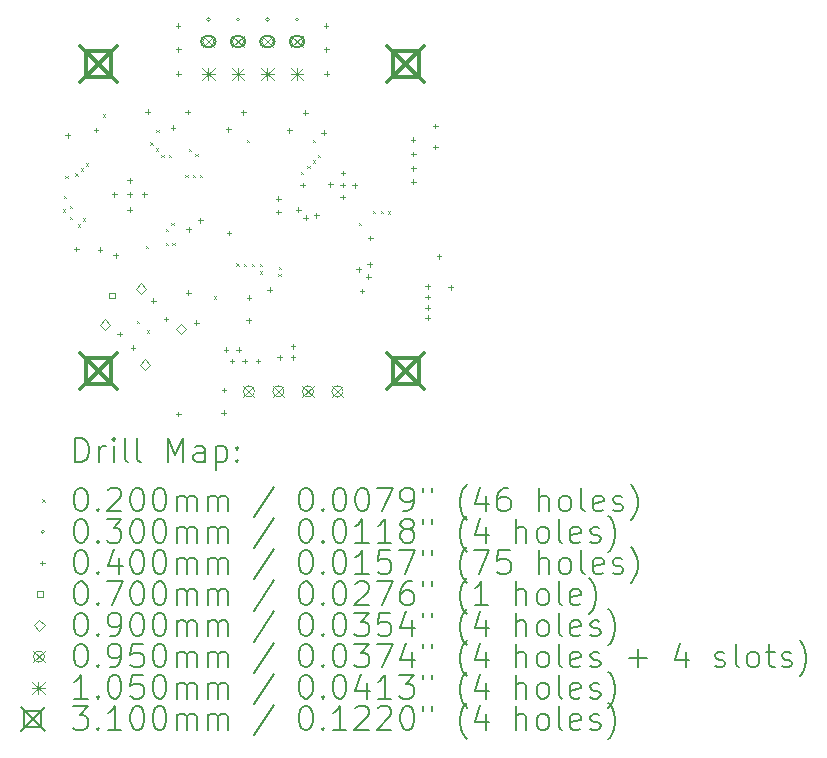
<source format=gbr>
%TF.GenerationSoftware,KiCad,Pcbnew,7.0.8*%
%TF.CreationDate,2023-11-08T16:14:53-05:00*%
%TF.ProjectId,lemon-pepper,6c656d6f-6e2d-4706-9570-7065722e6b69,rev?*%
%TF.SameCoordinates,PX8b85c60PY52f2218*%
%TF.FileFunction,Drillmap*%
%TF.FilePolarity,Positive*%
%FSLAX45Y45*%
G04 Gerber Fmt 4.5, Leading zero omitted, Abs format (unit mm)*
G04 Created by KiCad (PCBNEW 7.0.8) date 2023-11-08 16:14:53*
%MOMM*%
%LPD*%
G01*
G04 APERTURE LIST*
%ADD10C,0.200000*%
%ADD11C,0.020000*%
%ADD12C,0.030000*%
%ADD13C,0.040000*%
%ADD14C,0.070000*%
%ADD15C,0.090002*%
%ADD16C,0.095000*%
%ADD17C,0.105000*%
%ADD18C,0.310000*%
G04 APERTURE END LIST*
D10*
D11*
X-1600000Y70000D02*
X-1580000Y50000D01*
X-1580000Y70000D02*
X-1600000Y50000D01*
X-1592500Y182500D02*
X-1572500Y162500D01*
X-1572500Y182500D02*
X-1592500Y162500D01*
X-1581250Y351250D02*
X-1561250Y331250D01*
X-1561250Y351250D02*
X-1581250Y331250D01*
X-1545000Y97500D02*
X-1525000Y77500D01*
X-1525000Y97500D02*
X-1545000Y77500D01*
X-1542500Y7500D02*
X-1522500Y-12500D01*
X-1522500Y7500D02*
X-1542500Y-12500D01*
X-1497500Y375000D02*
X-1477500Y355000D01*
X-1477500Y375000D02*
X-1497500Y355000D01*
X-1477500Y-57500D02*
X-1457500Y-77500D01*
X-1457500Y-57500D02*
X-1477500Y-77500D01*
X-1452500Y417500D02*
X-1432500Y397500D01*
X-1432500Y417500D02*
X-1452500Y397500D01*
X-1432623Y-7377D02*
X-1412623Y-27377D01*
X-1412623Y-7377D02*
X-1432623Y-27377D01*
X-1407500Y460000D02*
X-1387500Y440000D01*
X-1387500Y460000D02*
X-1407500Y440000D01*
X-1262500Y875000D02*
X-1242500Y855000D01*
X-1242500Y875000D02*
X-1262500Y855000D01*
X-975000Y-875000D02*
X-955000Y-895000D01*
X-955000Y-875000D02*
X-975000Y-895000D01*
X-900000Y-237500D02*
X-880000Y-257500D01*
X-880000Y-237500D02*
X-900000Y-257500D01*
X-890000Y-955000D02*
X-870000Y-975000D01*
X-870000Y-955000D02*
X-890000Y-975000D01*
X-862500Y637500D02*
X-842500Y617500D01*
X-842500Y637500D02*
X-862500Y617500D01*
X-815000Y585000D02*
X-795000Y565000D01*
X-795000Y585000D02*
X-815000Y565000D01*
X-810000Y742500D02*
X-790000Y722500D01*
X-790000Y742500D02*
X-810000Y722500D01*
X-770000Y532500D02*
X-750000Y512500D01*
X-750000Y532500D02*
X-770000Y512500D01*
X-732391Y-215109D02*
X-712391Y-235109D01*
X-712391Y-215109D02*
X-732391Y-235109D01*
X-730000Y-97500D02*
X-710000Y-117500D01*
X-710000Y-97500D02*
X-730000Y-117500D01*
X-705000Y530000D02*
X-685000Y510000D01*
X-685000Y530000D02*
X-705000Y510000D01*
X-685000Y-42500D02*
X-665000Y-62500D01*
X-665000Y-42500D02*
X-685000Y-62500D01*
X-675000Y-212500D02*
X-655000Y-232500D01*
X-655000Y-212500D02*
X-675000Y-232500D01*
X-565000Y360000D02*
X-545000Y340000D01*
X-545000Y360000D02*
X-565000Y340000D01*
X-535000Y580000D02*
X-515000Y560000D01*
X-515000Y580000D02*
X-535000Y560000D01*
X-502500Y360000D02*
X-482500Y340000D01*
X-482500Y360000D02*
X-502500Y340000D01*
X-480000Y537500D02*
X-460000Y517500D01*
X-460000Y537500D02*
X-480000Y517500D01*
X-444216Y360000D02*
X-424216Y340000D01*
X-424216Y360000D02*
X-444216Y340000D01*
X-325000Y-667500D02*
X-305000Y-687500D01*
X-305000Y-667500D02*
X-325000Y-687500D01*
X-132500Y-387500D02*
X-112500Y-407500D01*
X-112500Y-387500D02*
X-132500Y-407500D01*
X-70000Y-390000D02*
X-50000Y-410000D01*
X-50000Y-390000D02*
X-70000Y-410000D01*
X-42500Y657500D02*
X-22500Y637500D01*
X-22500Y657500D02*
X-42500Y637500D01*
X-3787Y-390000D02*
X16213Y-410000D01*
X16213Y-390000D02*
X-3787Y-410000D01*
X67500Y-390000D02*
X87500Y-410000D01*
X87500Y-390000D02*
X67500Y-410000D01*
X67500Y-455000D02*
X87500Y-475000D01*
X87500Y-455000D02*
X67500Y-475000D01*
X222500Y-475000D02*
X242500Y-495000D01*
X242500Y-475000D02*
X222500Y-495000D01*
X225000Y-415000D02*
X245000Y-435000D01*
X245000Y-415000D02*
X225000Y-435000D01*
X412500Y385000D02*
X432500Y365000D01*
X432500Y385000D02*
X412500Y365000D01*
X467475Y437546D02*
X487475Y417546D01*
X487475Y437546D02*
X467475Y417546D01*
X512450Y660000D02*
X532450Y640000D01*
X532450Y660000D02*
X512450Y640000D01*
X512500Y485000D02*
X532500Y465000D01*
X532500Y485000D02*
X512500Y465000D01*
X557487Y531324D02*
X577487Y511324D01*
X577487Y531324D02*
X557487Y511324D01*
X905000Y-47500D02*
X925000Y-67500D01*
X925000Y-47500D02*
X905000Y-67500D01*
X1022500Y55000D02*
X1042500Y35000D01*
X1042500Y55000D02*
X1022500Y35000D01*
X1090000Y55000D02*
X1110000Y35000D01*
X1110000Y55000D02*
X1090000Y35000D01*
X1150000Y52500D02*
X1170000Y32500D01*
X1170000Y52500D02*
X1150000Y32500D01*
D12*
X-355000Y1677500D02*
G75*
G03*
X-355000Y1677500I-15000J0D01*
G01*
X-105000Y1677500D02*
G75*
G03*
X-105000Y1677500I-15000J0D01*
G01*
X145000Y1677500D02*
G75*
G03*
X145000Y1677500I-15000J0D01*
G01*
X395000Y1677500D02*
G75*
G03*
X395000Y1677500I-15000J0D01*
G01*
D13*
X-1560000Y715000D02*
X-1560000Y675000D01*
X-1580000Y695000D02*
X-1540000Y695000D01*
X-1487500Y-247500D02*
X-1487500Y-287500D01*
X-1507500Y-267500D02*
X-1467500Y-267500D01*
X-1322500Y760000D02*
X-1322500Y720000D01*
X-1342500Y740000D02*
X-1302500Y740000D01*
X-1287497Y-253144D02*
X-1287497Y-293144D01*
X-1307497Y-273144D02*
X-1267497Y-273144D01*
X-1165000Y217500D02*
X-1165000Y177500D01*
X-1185000Y197500D02*
X-1145000Y197500D01*
X-1153393Y-300857D02*
X-1153393Y-340857D01*
X-1173393Y-320857D02*
X-1133393Y-320857D01*
X-1122566Y-966775D02*
X-1122566Y-1006775D01*
X-1142566Y-986775D02*
X-1102566Y-986775D01*
X-1037500Y335000D02*
X-1037500Y295000D01*
X-1057500Y315000D02*
X-1017500Y315000D01*
X-1037500Y215000D02*
X-1037500Y175000D01*
X-1057500Y195000D02*
X-1017500Y195000D01*
X-1037500Y87500D02*
X-1037500Y47500D01*
X-1057500Y67500D02*
X-1017500Y67500D01*
X-1007842Y-1082045D02*
X-1007842Y-1122045D01*
X-1027842Y-1102045D02*
X-987842Y-1102045D01*
X-912500Y217500D02*
X-912500Y177500D01*
X-932500Y197500D02*
X-892500Y197500D01*
X-882500Y915000D02*
X-882500Y875000D01*
X-902500Y895000D02*
X-862500Y895000D01*
X-837500Y-685000D02*
X-837500Y-725000D01*
X-857500Y-705000D02*
X-817500Y-705000D01*
X-727742Y-839078D02*
X-727742Y-879078D01*
X-747742Y-859078D02*
X-707742Y-859078D01*
X-669950Y780000D02*
X-669950Y740000D01*
X-689950Y760000D02*
X-649950Y760000D01*
X-627500Y1645000D02*
X-627500Y1605000D01*
X-647500Y1625000D02*
X-607500Y1625000D01*
X-625000Y1442500D02*
X-625000Y1402500D01*
X-645000Y1422500D02*
X-605000Y1422500D01*
X-625000Y1237500D02*
X-625000Y1197500D01*
X-645000Y1217500D02*
X-605000Y1217500D01*
X-625000Y-1642500D02*
X-625000Y-1682500D01*
X-645000Y-1662500D02*
X-605000Y-1662500D01*
X-545000Y914322D02*
X-545000Y874322D01*
X-565000Y894322D02*
X-525000Y894322D01*
X-539540Y-617550D02*
X-539540Y-657550D01*
X-559540Y-637550D02*
X-519540Y-637550D01*
X-537550Y-80000D02*
X-537550Y-120000D01*
X-557550Y-100000D02*
X-517550Y-100000D01*
X-472500Y-870000D02*
X-472500Y-910000D01*
X-492500Y-890000D02*
X-452500Y-890000D01*
X-438956Y-2653D02*
X-438956Y-42653D01*
X-458956Y-22652D02*
X-418956Y-22652D01*
X-240000Y-1632500D02*
X-240000Y-1672500D01*
X-260000Y-1652500D02*
X-220000Y-1652500D01*
X-237500Y-1440000D02*
X-237500Y-1480000D01*
X-257500Y-1460000D02*
X-217500Y-1460000D01*
X-220000Y-1100000D02*
X-220000Y-1140000D01*
X-240000Y-1120000D02*
X-200000Y-1120000D01*
X-199950Y767500D02*
X-199950Y727500D01*
X-219950Y747500D02*
X-179950Y747500D01*
X-195000Y-110000D02*
X-195000Y-150000D01*
X-215000Y-130000D02*
X-175000Y-130000D01*
X-170000Y-1195000D02*
X-170000Y-1235000D01*
X-190000Y-1215000D02*
X-150000Y-1215000D01*
X-112500Y-1100000D02*
X-112500Y-1140000D01*
X-132500Y-1120000D02*
X-92500Y-1120000D01*
X-75000Y909130D02*
X-75000Y869130D01*
X-95000Y889130D02*
X-55000Y889130D01*
X-62500Y-1195000D02*
X-62500Y-1235000D01*
X-82500Y-1215000D02*
X-42500Y-1215000D01*
X-30000Y-850000D02*
X-30000Y-890000D01*
X-50000Y-870000D02*
X-10000Y-870000D01*
X-25000Y-660000D02*
X-25000Y-700000D01*
X-45000Y-680000D02*
X-5000Y-680000D01*
X50000Y-1195000D02*
X50000Y-1235000D01*
X30000Y-1215000D02*
X70000Y-1215000D01*
X147500Y-592500D02*
X147500Y-632500D01*
X127500Y-612500D02*
X167500Y-612500D01*
X222371Y67584D02*
X222371Y27584D01*
X202371Y47584D02*
X242371Y47584D01*
X222500Y180000D02*
X222500Y140000D01*
X202500Y160000D02*
X242500Y160000D01*
X232500Y-1165000D02*
X232500Y-1205000D01*
X212500Y-1185000D02*
X252500Y-1185000D01*
X315000Y758799D02*
X315000Y718799D01*
X295000Y738799D02*
X335000Y738799D01*
X347500Y-1070000D02*
X347500Y-1110000D01*
X327500Y-1090000D02*
X367500Y-1090000D01*
X347500Y-1162500D02*
X347500Y-1202500D01*
X327500Y-1182500D02*
X367500Y-1182500D01*
X390000Y85000D02*
X390000Y45000D01*
X370000Y65000D02*
X410000Y65000D01*
X427500Y295000D02*
X427500Y255000D01*
X407500Y275000D02*
X447500Y275000D01*
X450000Y907500D02*
X450000Y867500D01*
X430000Y887500D02*
X470000Y887500D01*
X455000Y20000D02*
X455000Y-20000D01*
X435000Y0D02*
X475000Y0D01*
X545000Y37500D02*
X545000Y-2500D01*
X525000Y17500D02*
X565000Y17500D01*
X607500Y737500D02*
X607500Y697500D01*
X587500Y717500D02*
X627500Y717500D01*
X625000Y1645000D02*
X625000Y1605000D01*
X605000Y1625000D02*
X645000Y1625000D01*
X627500Y1445000D02*
X627500Y1405000D01*
X607500Y1425000D02*
X647500Y1425000D01*
X630566Y1237500D02*
X630566Y1197500D01*
X610566Y1217500D02*
X650566Y1217500D01*
X662500Y300000D02*
X662500Y260000D01*
X642500Y280000D02*
X682500Y280000D01*
X767500Y295000D02*
X767500Y255000D01*
X747500Y275000D02*
X787500Y275000D01*
X767500Y192500D02*
X767500Y152500D01*
X747500Y172500D02*
X787500Y172500D01*
X770000Y397500D02*
X770000Y357500D01*
X750000Y377500D02*
X790000Y377500D01*
X867500Y292500D02*
X867500Y252500D01*
X847500Y272500D02*
X887500Y272500D01*
X902500Y-417500D02*
X902500Y-457500D01*
X882500Y-437500D02*
X922500Y-437500D01*
X930000Y-602500D02*
X930000Y-642500D01*
X910000Y-622500D02*
X950000Y-622500D01*
X985000Y-480000D02*
X985000Y-520000D01*
X965000Y-500000D02*
X1005000Y-500000D01*
X995000Y-377500D02*
X995000Y-417500D01*
X975000Y-397500D02*
X1015000Y-397500D01*
X1000000Y-152500D02*
X1000000Y-192500D01*
X980000Y-172500D02*
X1020000Y-172500D01*
X1362500Y680000D02*
X1362500Y640000D01*
X1342500Y660000D02*
X1382500Y660000D01*
X1365000Y557500D02*
X1365000Y517500D01*
X1345000Y537500D02*
X1385000Y537500D01*
X1365000Y437500D02*
X1365000Y397500D01*
X1345000Y417500D02*
X1385000Y417500D01*
X1365000Y322500D02*
X1365000Y282500D01*
X1345000Y302500D02*
X1385000Y302500D01*
X1487500Y-562500D02*
X1487500Y-602500D01*
X1467500Y-582500D02*
X1507500Y-582500D01*
X1487500Y-652500D02*
X1487500Y-692500D01*
X1467500Y-672500D02*
X1507500Y-672500D01*
X1487500Y-742500D02*
X1487500Y-782500D01*
X1467500Y-762500D02*
X1507500Y-762500D01*
X1487500Y-827500D02*
X1487500Y-867500D01*
X1467500Y-847500D02*
X1507500Y-847500D01*
X1550000Y617500D02*
X1550000Y577500D01*
X1530000Y597500D02*
X1570000Y597500D01*
X1550415Y795050D02*
X1550415Y755050D01*
X1530415Y775050D02*
X1570415Y775050D01*
X1582500Y-307500D02*
X1582500Y-347500D01*
X1562500Y-327500D02*
X1602500Y-327500D01*
X1680000Y-570000D02*
X1680000Y-610000D01*
X1660000Y-590000D02*
X1700000Y-590000D01*
D14*
X-1164388Y-684647D02*
X-1164388Y-635149D01*
X-1213886Y-635149D01*
X-1213886Y-684647D01*
X-1164388Y-684647D01*
D15*
X-1245705Y-952386D02*
X-1200704Y-907385D01*
X-1245705Y-862384D01*
X-1290706Y-907385D01*
X-1245705Y-952386D01*
X-941649Y-648331D02*
X-896648Y-603329D01*
X-941649Y-558328D01*
X-986650Y-603329D01*
X-941649Y-648331D01*
X-906294Y-1291798D02*
X-861293Y-1246797D01*
X-906294Y-1201795D01*
X-951295Y-1246797D01*
X-906294Y-1291798D01*
X-602238Y-987742D02*
X-557237Y-942741D01*
X-602238Y-897739D01*
X-647239Y-942741D01*
X-602238Y-987742D01*
D16*
X-417500Y1537500D02*
X-322500Y1442500D01*
X-322500Y1537500D02*
X-417500Y1442500D01*
X-322500Y1490000D02*
G75*
G03*
X-322500Y1490000I-47500J0D01*
G01*
D10*
X-385000Y1442500D02*
X-355000Y1442500D01*
X-355000Y1442500D02*
G75*
G03*
X-355000Y1537500I0J47500D01*
G01*
X-355000Y1537500D02*
X-385000Y1537500D01*
X-385000Y1537500D02*
G75*
G03*
X-385000Y1442500I0J-47500D01*
G01*
D16*
X-167500Y1537500D02*
X-72500Y1442500D01*
X-72500Y1537500D02*
X-167500Y1442500D01*
X-72500Y1490000D02*
G75*
G03*
X-72500Y1490000I-47500J0D01*
G01*
D10*
X-135000Y1442500D02*
X-105000Y1442500D01*
X-105000Y1442500D02*
G75*
G03*
X-105000Y1537500I0J47500D01*
G01*
X-105000Y1537500D02*
X-135000Y1537500D01*
X-135000Y1537500D02*
G75*
G03*
X-135000Y1442500I0J-47500D01*
G01*
D16*
X-75000Y-1425000D02*
X20000Y-1520000D01*
X20000Y-1425000D02*
X-75000Y-1520000D01*
X20000Y-1472500D02*
G75*
G03*
X20000Y-1472500I-47500J0D01*
G01*
X82500Y1537500D02*
X177500Y1442500D01*
X177500Y1537500D02*
X82500Y1442500D01*
X177500Y1490000D02*
G75*
G03*
X177500Y1490000I-47500J0D01*
G01*
D10*
X115000Y1442500D02*
X145000Y1442500D01*
X145000Y1442500D02*
G75*
G03*
X145000Y1537500I0J47500D01*
G01*
X145000Y1537500D02*
X115000Y1537500D01*
X115000Y1537500D02*
G75*
G03*
X115000Y1442500I0J-47500D01*
G01*
D16*
X175000Y-1425000D02*
X270000Y-1520000D01*
X270000Y-1425000D02*
X175000Y-1520000D01*
X270000Y-1472500D02*
G75*
G03*
X270000Y-1472500I-47500J0D01*
G01*
X332500Y1537500D02*
X427500Y1442500D01*
X427500Y1537500D02*
X332500Y1442500D01*
X427500Y1490000D02*
G75*
G03*
X427500Y1490000I-47500J0D01*
G01*
D10*
X365000Y1442500D02*
X395000Y1442500D01*
X395000Y1442500D02*
G75*
G03*
X395000Y1537500I0J47500D01*
G01*
X395000Y1537500D02*
X365000Y1537500D01*
X365000Y1537500D02*
G75*
G03*
X365000Y1442500I0J-47500D01*
G01*
D16*
X425000Y-1425000D02*
X520000Y-1520000D01*
X520000Y-1425000D02*
X425000Y-1520000D01*
X520000Y-1472500D02*
G75*
G03*
X520000Y-1472500I-47500J0D01*
G01*
X675000Y-1425000D02*
X770000Y-1520000D01*
X770000Y-1425000D02*
X675000Y-1520000D01*
X770000Y-1472500D02*
G75*
G03*
X770000Y-1472500I-47500J0D01*
G01*
D17*
X-422500Y1267500D02*
X-317500Y1162500D01*
X-317500Y1267500D02*
X-422500Y1162500D01*
X-370000Y1267500D02*
X-370000Y1162500D01*
X-422500Y1215000D02*
X-317500Y1215000D01*
X-172500Y1267500D02*
X-67500Y1162500D01*
X-67500Y1267500D02*
X-172500Y1162500D01*
X-120000Y1267500D02*
X-120000Y1162500D01*
X-172500Y1215000D02*
X-67500Y1215000D01*
X77500Y1267500D02*
X182500Y1162500D01*
X182500Y1267500D02*
X77500Y1162500D01*
X130000Y1267500D02*
X130000Y1162500D01*
X77500Y1215000D02*
X182500Y1215000D01*
X327500Y1267500D02*
X432500Y1162500D01*
X432500Y1267500D02*
X327500Y1162500D01*
X380000Y1267500D02*
X380000Y1162500D01*
X327500Y1215000D02*
X432500Y1215000D01*
D18*
X-1455000Y1455000D02*
X-1145000Y1145000D01*
X-1145000Y1455000D02*
X-1455000Y1145000D01*
X-1190397Y1190397D02*
X-1190397Y1409603D01*
X-1409603Y1409603D01*
X-1409603Y1190397D01*
X-1190397Y1190397D01*
X-1455000Y-1145000D02*
X-1145000Y-1455000D01*
X-1145000Y-1145000D02*
X-1455000Y-1455000D01*
X-1190397Y-1409603D02*
X-1190397Y-1190397D01*
X-1409603Y-1190397D01*
X-1409603Y-1409603D01*
X-1190397Y-1409603D01*
X1145000Y1455000D02*
X1455000Y1145000D01*
X1455000Y1455000D02*
X1145000Y1145000D01*
X1409603Y1190397D02*
X1409603Y1409603D01*
X1190397Y1409603D01*
X1190397Y1190397D01*
X1409603Y1190397D01*
X1145000Y-1145000D02*
X1455000Y-1455000D01*
X1455000Y-1145000D02*
X1145000Y-1455000D01*
X1409603Y-1409603D02*
X1409603Y-1190397D01*
X1190397Y-1190397D01*
X1190397Y-1409603D01*
X1409603Y-1409603D01*
D10*
X-1496723Y-2068984D02*
X-1496723Y-1868984D01*
X-1496723Y-1868984D02*
X-1449104Y-1868984D01*
X-1449104Y-1868984D02*
X-1420533Y-1878508D01*
X-1420533Y-1878508D02*
X-1401485Y-1897555D01*
X-1401485Y-1897555D02*
X-1391961Y-1916603D01*
X-1391961Y-1916603D02*
X-1382438Y-1954698D01*
X-1382438Y-1954698D02*
X-1382438Y-1983269D01*
X-1382438Y-1983269D02*
X-1391961Y-2021365D01*
X-1391961Y-2021365D02*
X-1401485Y-2040412D01*
X-1401485Y-2040412D02*
X-1420533Y-2059460D01*
X-1420533Y-2059460D02*
X-1449104Y-2068984D01*
X-1449104Y-2068984D02*
X-1496723Y-2068984D01*
X-1296723Y-2068984D02*
X-1296723Y-1935650D01*
X-1296723Y-1973746D02*
X-1287199Y-1954698D01*
X-1287199Y-1954698D02*
X-1277676Y-1945174D01*
X-1277676Y-1945174D02*
X-1258628Y-1935650D01*
X-1258628Y-1935650D02*
X-1239580Y-1935650D01*
X-1172914Y-2068984D02*
X-1172914Y-1935650D01*
X-1172914Y-1868984D02*
X-1182438Y-1878508D01*
X-1182438Y-1878508D02*
X-1172914Y-1888031D01*
X-1172914Y-1888031D02*
X-1163390Y-1878508D01*
X-1163390Y-1878508D02*
X-1172914Y-1868984D01*
X-1172914Y-1868984D02*
X-1172914Y-1888031D01*
X-1049104Y-2068984D02*
X-1068152Y-2059460D01*
X-1068152Y-2059460D02*
X-1077676Y-2040412D01*
X-1077676Y-2040412D02*
X-1077676Y-1868984D01*
X-944342Y-2068984D02*
X-963390Y-2059460D01*
X-963390Y-2059460D02*
X-972914Y-2040412D01*
X-972914Y-2040412D02*
X-972914Y-1868984D01*
X-715771Y-2068984D02*
X-715771Y-1868984D01*
X-715771Y-1868984D02*
X-649104Y-2011841D01*
X-649104Y-2011841D02*
X-582438Y-1868984D01*
X-582438Y-1868984D02*
X-582438Y-2068984D01*
X-401485Y-2068984D02*
X-401485Y-1964222D01*
X-401485Y-1964222D02*
X-411009Y-1945174D01*
X-411009Y-1945174D02*
X-430056Y-1935650D01*
X-430056Y-1935650D02*
X-468152Y-1935650D01*
X-468152Y-1935650D02*
X-487199Y-1945174D01*
X-401485Y-2059460D02*
X-420533Y-2068984D01*
X-420533Y-2068984D02*
X-468152Y-2068984D01*
X-468152Y-2068984D02*
X-487199Y-2059460D01*
X-487199Y-2059460D02*
X-496723Y-2040412D01*
X-496723Y-2040412D02*
X-496723Y-2021365D01*
X-496723Y-2021365D02*
X-487199Y-2002317D01*
X-487199Y-2002317D02*
X-468152Y-1992793D01*
X-468152Y-1992793D02*
X-420533Y-1992793D01*
X-420533Y-1992793D02*
X-401485Y-1983269D01*
X-306247Y-1935650D02*
X-306247Y-2135650D01*
X-306247Y-1945174D02*
X-287199Y-1935650D01*
X-287199Y-1935650D02*
X-249104Y-1935650D01*
X-249104Y-1935650D02*
X-230056Y-1945174D01*
X-230056Y-1945174D02*
X-220533Y-1954698D01*
X-220533Y-1954698D02*
X-211009Y-1973746D01*
X-211009Y-1973746D02*
X-211009Y-2030888D01*
X-211009Y-2030888D02*
X-220533Y-2049936D01*
X-220533Y-2049936D02*
X-230056Y-2059460D01*
X-230056Y-2059460D02*
X-249104Y-2068984D01*
X-249104Y-2068984D02*
X-287199Y-2068984D01*
X-287199Y-2068984D02*
X-306247Y-2059460D01*
X-125295Y-2049936D02*
X-115771Y-2059460D01*
X-115771Y-2059460D02*
X-125295Y-2068984D01*
X-125295Y-2068984D02*
X-134818Y-2059460D01*
X-134818Y-2059460D02*
X-125295Y-2049936D01*
X-125295Y-2049936D02*
X-125295Y-2068984D01*
X-125295Y-1945174D02*
X-115771Y-1954698D01*
X-115771Y-1954698D02*
X-125295Y-1964222D01*
X-125295Y-1964222D02*
X-134818Y-1954698D01*
X-134818Y-1954698D02*
X-125295Y-1945174D01*
X-125295Y-1945174D02*
X-125295Y-1964222D01*
D11*
X-1777500Y-2387500D02*
X-1757500Y-2407500D01*
X-1757500Y-2387500D02*
X-1777500Y-2407500D01*
D10*
X-1458628Y-2288984D02*
X-1439580Y-2288984D01*
X-1439580Y-2288984D02*
X-1420533Y-2298508D01*
X-1420533Y-2298508D02*
X-1411009Y-2308031D01*
X-1411009Y-2308031D02*
X-1401485Y-2327079D01*
X-1401485Y-2327079D02*
X-1391961Y-2365174D01*
X-1391961Y-2365174D02*
X-1391961Y-2412793D01*
X-1391961Y-2412793D02*
X-1401485Y-2450889D01*
X-1401485Y-2450889D02*
X-1411009Y-2469936D01*
X-1411009Y-2469936D02*
X-1420533Y-2479460D01*
X-1420533Y-2479460D02*
X-1439580Y-2488984D01*
X-1439580Y-2488984D02*
X-1458628Y-2488984D01*
X-1458628Y-2488984D02*
X-1477676Y-2479460D01*
X-1477676Y-2479460D02*
X-1487199Y-2469936D01*
X-1487199Y-2469936D02*
X-1496723Y-2450889D01*
X-1496723Y-2450889D02*
X-1506247Y-2412793D01*
X-1506247Y-2412793D02*
X-1506247Y-2365174D01*
X-1506247Y-2365174D02*
X-1496723Y-2327079D01*
X-1496723Y-2327079D02*
X-1487199Y-2308031D01*
X-1487199Y-2308031D02*
X-1477676Y-2298508D01*
X-1477676Y-2298508D02*
X-1458628Y-2288984D01*
X-1306247Y-2469936D02*
X-1296723Y-2479460D01*
X-1296723Y-2479460D02*
X-1306247Y-2488984D01*
X-1306247Y-2488984D02*
X-1315771Y-2479460D01*
X-1315771Y-2479460D02*
X-1306247Y-2469936D01*
X-1306247Y-2469936D02*
X-1306247Y-2488984D01*
X-1220533Y-2308031D02*
X-1211009Y-2298508D01*
X-1211009Y-2298508D02*
X-1191961Y-2288984D01*
X-1191961Y-2288984D02*
X-1144342Y-2288984D01*
X-1144342Y-2288984D02*
X-1125295Y-2298508D01*
X-1125295Y-2298508D02*
X-1115771Y-2308031D01*
X-1115771Y-2308031D02*
X-1106247Y-2327079D01*
X-1106247Y-2327079D02*
X-1106247Y-2346127D01*
X-1106247Y-2346127D02*
X-1115771Y-2374698D01*
X-1115771Y-2374698D02*
X-1230057Y-2488984D01*
X-1230057Y-2488984D02*
X-1106247Y-2488984D01*
X-982437Y-2288984D02*
X-963390Y-2288984D01*
X-963390Y-2288984D02*
X-944342Y-2298508D01*
X-944342Y-2298508D02*
X-934818Y-2308031D01*
X-934818Y-2308031D02*
X-925295Y-2327079D01*
X-925295Y-2327079D02*
X-915771Y-2365174D01*
X-915771Y-2365174D02*
X-915771Y-2412793D01*
X-915771Y-2412793D02*
X-925295Y-2450889D01*
X-925295Y-2450889D02*
X-934818Y-2469936D01*
X-934818Y-2469936D02*
X-944342Y-2479460D01*
X-944342Y-2479460D02*
X-963390Y-2488984D01*
X-963390Y-2488984D02*
X-982437Y-2488984D01*
X-982437Y-2488984D02*
X-1001485Y-2479460D01*
X-1001485Y-2479460D02*
X-1011009Y-2469936D01*
X-1011009Y-2469936D02*
X-1020533Y-2450889D01*
X-1020533Y-2450889D02*
X-1030056Y-2412793D01*
X-1030056Y-2412793D02*
X-1030056Y-2365174D01*
X-1030056Y-2365174D02*
X-1020533Y-2327079D01*
X-1020533Y-2327079D02*
X-1011009Y-2308031D01*
X-1011009Y-2308031D02*
X-1001485Y-2298508D01*
X-1001485Y-2298508D02*
X-982437Y-2288984D01*
X-791961Y-2288984D02*
X-772914Y-2288984D01*
X-772914Y-2288984D02*
X-753866Y-2298508D01*
X-753866Y-2298508D02*
X-744342Y-2308031D01*
X-744342Y-2308031D02*
X-734818Y-2327079D01*
X-734818Y-2327079D02*
X-725295Y-2365174D01*
X-725295Y-2365174D02*
X-725295Y-2412793D01*
X-725295Y-2412793D02*
X-734818Y-2450889D01*
X-734818Y-2450889D02*
X-744342Y-2469936D01*
X-744342Y-2469936D02*
X-753866Y-2479460D01*
X-753866Y-2479460D02*
X-772914Y-2488984D01*
X-772914Y-2488984D02*
X-791961Y-2488984D01*
X-791961Y-2488984D02*
X-811009Y-2479460D01*
X-811009Y-2479460D02*
X-820533Y-2469936D01*
X-820533Y-2469936D02*
X-830056Y-2450889D01*
X-830056Y-2450889D02*
X-839580Y-2412793D01*
X-839580Y-2412793D02*
X-839580Y-2365174D01*
X-839580Y-2365174D02*
X-830056Y-2327079D01*
X-830056Y-2327079D02*
X-820533Y-2308031D01*
X-820533Y-2308031D02*
X-811009Y-2298508D01*
X-811009Y-2298508D02*
X-791961Y-2288984D01*
X-639580Y-2488984D02*
X-639580Y-2355650D01*
X-639580Y-2374698D02*
X-630057Y-2365174D01*
X-630057Y-2365174D02*
X-611009Y-2355650D01*
X-611009Y-2355650D02*
X-582437Y-2355650D01*
X-582437Y-2355650D02*
X-563390Y-2365174D01*
X-563390Y-2365174D02*
X-553866Y-2384222D01*
X-553866Y-2384222D02*
X-553866Y-2488984D01*
X-553866Y-2384222D02*
X-544342Y-2365174D01*
X-544342Y-2365174D02*
X-525295Y-2355650D01*
X-525295Y-2355650D02*
X-496723Y-2355650D01*
X-496723Y-2355650D02*
X-477675Y-2365174D01*
X-477675Y-2365174D02*
X-468152Y-2384222D01*
X-468152Y-2384222D02*
X-468152Y-2488984D01*
X-372914Y-2488984D02*
X-372914Y-2355650D01*
X-372914Y-2374698D02*
X-363390Y-2365174D01*
X-363390Y-2365174D02*
X-344342Y-2355650D01*
X-344342Y-2355650D02*
X-315771Y-2355650D01*
X-315771Y-2355650D02*
X-296723Y-2365174D01*
X-296723Y-2365174D02*
X-287199Y-2384222D01*
X-287199Y-2384222D02*
X-287199Y-2488984D01*
X-287199Y-2384222D02*
X-277676Y-2365174D01*
X-277676Y-2365174D02*
X-258628Y-2355650D01*
X-258628Y-2355650D02*
X-230056Y-2355650D01*
X-230056Y-2355650D02*
X-211009Y-2365174D01*
X-211009Y-2365174D02*
X-201485Y-2384222D01*
X-201485Y-2384222D02*
X-201485Y-2488984D01*
X188991Y-2279460D02*
X17563Y-2536603D01*
X446134Y-2288984D02*
X465182Y-2288984D01*
X465182Y-2288984D02*
X484229Y-2298508D01*
X484229Y-2298508D02*
X493753Y-2308031D01*
X493753Y-2308031D02*
X503277Y-2327079D01*
X503277Y-2327079D02*
X512801Y-2365174D01*
X512801Y-2365174D02*
X512801Y-2412793D01*
X512801Y-2412793D02*
X503277Y-2450889D01*
X503277Y-2450889D02*
X493753Y-2469936D01*
X493753Y-2469936D02*
X484229Y-2479460D01*
X484229Y-2479460D02*
X465182Y-2488984D01*
X465182Y-2488984D02*
X446134Y-2488984D01*
X446134Y-2488984D02*
X427086Y-2479460D01*
X427086Y-2479460D02*
X417563Y-2469936D01*
X417563Y-2469936D02*
X408039Y-2450889D01*
X408039Y-2450889D02*
X398515Y-2412793D01*
X398515Y-2412793D02*
X398515Y-2365174D01*
X398515Y-2365174D02*
X408039Y-2327079D01*
X408039Y-2327079D02*
X417563Y-2308031D01*
X417563Y-2308031D02*
X427086Y-2298508D01*
X427086Y-2298508D02*
X446134Y-2288984D01*
X598515Y-2469936D02*
X608039Y-2479460D01*
X608039Y-2479460D02*
X598515Y-2488984D01*
X598515Y-2488984D02*
X588991Y-2479460D01*
X588991Y-2479460D02*
X598515Y-2469936D01*
X598515Y-2469936D02*
X598515Y-2488984D01*
X731848Y-2288984D02*
X750896Y-2288984D01*
X750896Y-2288984D02*
X769944Y-2298508D01*
X769944Y-2298508D02*
X779467Y-2308031D01*
X779467Y-2308031D02*
X788991Y-2327079D01*
X788991Y-2327079D02*
X798515Y-2365174D01*
X798515Y-2365174D02*
X798515Y-2412793D01*
X798515Y-2412793D02*
X788991Y-2450889D01*
X788991Y-2450889D02*
X779467Y-2469936D01*
X779467Y-2469936D02*
X769944Y-2479460D01*
X769944Y-2479460D02*
X750896Y-2488984D01*
X750896Y-2488984D02*
X731848Y-2488984D01*
X731848Y-2488984D02*
X712801Y-2479460D01*
X712801Y-2479460D02*
X703277Y-2469936D01*
X703277Y-2469936D02*
X693753Y-2450889D01*
X693753Y-2450889D02*
X684229Y-2412793D01*
X684229Y-2412793D02*
X684229Y-2365174D01*
X684229Y-2365174D02*
X693753Y-2327079D01*
X693753Y-2327079D02*
X703277Y-2308031D01*
X703277Y-2308031D02*
X712801Y-2298508D01*
X712801Y-2298508D02*
X731848Y-2288984D01*
X922325Y-2288984D02*
X941372Y-2288984D01*
X941372Y-2288984D02*
X960420Y-2298508D01*
X960420Y-2298508D02*
X969944Y-2308031D01*
X969944Y-2308031D02*
X979467Y-2327079D01*
X979467Y-2327079D02*
X988991Y-2365174D01*
X988991Y-2365174D02*
X988991Y-2412793D01*
X988991Y-2412793D02*
X979467Y-2450889D01*
X979467Y-2450889D02*
X969944Y-2469936D01*
X969944Y-2469936D02*
X960420Y-2479460D01*
X960420Y-2479460D02*
X941372Y-2488984D01*
X941372Y-2488984D02*
X922325Y-2488984D01*
X922325Y-2488984D02*
X903277Y-2479460D01*
X903277Y-2479460D02*
X893753Y-2469936D01*
X893753Y-2469936D02*
X884229Y-2450889D01*
X884229Y-2450889D02*
X874706Y-2412793D01*
X874706Y-2412793D02*
X874706Y-2365174D01*
X874706Y-2365174D02*
X884229Y-2327079D01*
X884229Y-2327079D02*
X893753Y-2308031D01*
X893753Y-2308031D02*
X903277Y-2298508D01*
X903277Y-2298508D02*
X922325Y-2288984D01*
X1055658Y-2288984D02*
X1188991Y-2288984D01*
X1188991Y-2288984D02*
X1103277Y-2488984D01*
X1274706Y-2488984D02*
X1312801Y-2488984D01*
X1312801Y-2488984D02*
X1331849Y-2479460D01*
X1331849Y-2479460D02*
X1341372Y-2469936D01*
X1341372Y-2469936D02*
X1360420Y-2441365D01*
X1360420Y-2441365D02*
X1369944Y-2403270D01*
X1369944Y-2403270D02*
X1369944Y-2327079D01*
X1369944Y-2327079D02*
X1360420Y-2308031D01*
X1360420Y-2308031D02*
X1350896Y-2298508D01*
X1350896Y-2298508D02*
X1331849Y-2288984D01*
X1331849Y-2288984D02*
X1293753Y-2288984D01*
X1293753Y-2288984D02*
X1274706Y-2298508D01*
X1274706Y-2298508D02*
X1265182Y-2308031D01*
X1265182Y-2308031D02*
X1255658Y-2327079D01*
X1255658Y-2327079D02*
X1255658Y-2374698D01*
X1255658Y-2374698D02*
X1265182Y-2393746D01*
X1265182Y-2393746D02*
X1274706Y-2403270D01*
X1274706Y-2403270D02*
X1293753Y-2412793D01*
X1293753Y-2412793D02*
X1331849Y-2412793D01*
X1331849Y-2412793D02*
X1350896Y-2403270D01*
X1350896Y-2403270D02*
X1360420Y-2393746D01*
X1360420Y-2393746D02*
X1369944Y-2374698D01*
X1446134Y-2288984D02*
X1446134Y-2327079D01*
X1522325Y-2288984D02*
X1522325Y-2327079D01*
X1817563Y-2565174D02*
X1808039Y-2555650D01*
X1808039Y-2555650D02*
X1788991Y-2527079D01*
X1788991Y-2527079D02*
X1779468Y-2508031D01*
X1779468Y-2508031D02*
X1769944Y-2479460D01*
X1769944Y-2479460D02*
X1760420Y-2431841D01*
X1760420Y-2431841D02*
X1760420Y-2393746D01*
X1760420Y-2393746D02*
X1769944Y-2346127D01*
X1769944Y-2346127D02*
X1779468Y-2317555D01*
X1779468Y-2317555D02*
X1788991Y-2298508D01*
X1788991Y-2298508D02*
X1808039Y-2269936D01*
X1808039Y-2269936D02*
X1817563Y-2260412D01*
X1979468Y-2355650D02*
X1979468Y-2488984D01*
X1931848Y-2279460D02*
X1884229Y-2422317D01*
X1884229Y-2422317D02*
X2008039Y-2422317D01*
X2169944Y-2288984D02*
X2131849Y-2288984D01*
X2131849Y-2288984D02*
X2112801Y-2298508D01*
X2112801Y-2298508D02*
X2103277Y-2308031D01*
X2103277Y-2308031D02*
X2084229Y-2336603D01*
X2084229Y-2336603D02*
X2074706Y-2374698D01*
X2074706Y-2374698D02*
X2074706Y-2450889D01*
X2074706Y-2450889D02*
X2084229Y-2469936D01*
X2084229Y-2469936D02*
X2093753Y-2479460D01*
X2093753Y-2479460D02*
X2112801Y-2488984D01*
X2112801Y-2488984D02*
X2150896Y-2488984D01*
X2150896Y-2488984D02*
X2169944Y-2479460D01*
X2169944Y-2479460D02*
X2179468Y-2469936D01*
X2179468Y-2469936D02*
X2188991Y-2450889D01*
X2188991Y-2450889D02*
X2188991Y-2403270D01*
X2188991Y-2403270D02*
X2179468Y-2384222D01*
X2179468Y-2384222D02*
X2169944Y-2374698D01*
X2169944Y-2374698D02*
X2150896Y-2365174D01*
X2150896Y-2365174D02*
X2112801Y-2365174D01*
X2112801Y-2365174D02*
X2093753Y-2374698D01*
X2093753Y-2374698D02*
X2084229Y-2384222D01*
X2084229Y-2384222D02*
X2074706Y-2403270D01*
X2427087Y-2488984D02*
X2427087Y-2288984D01*
X2512801Y-2488984D02*
X2512801Y-2384222D01*
X2512801Y-2384222D02*
X2503277Y-2365174D01*
X2503277Y-2365174D02*
X2484230Y-2355650D01*
X2484230Y-2355650D02*
X2455658Y-2355650D01*
X2455658Y-2355650D02*
X2436611Y-2365174D01*
X2436611Y-2365174D02*
X2427087Y-2374698D01*
X2636611Y-2488984D02*
X2617563Y-2479460D01*
X2617563Y-2479460D02*
X2608039Y-2469936D01*
X2608039Y-2469936D02*
X2598515Y-2450889D01*
X2598515Y-2450889D02*
X2598515Y-2393746D01*
X2598515Y-2393746D02*
X2608039Y-2374698D01*
X2608039Y-2374698D02*
X2617563Y-2365174D01*
X2617563Y-2365174D02*
X2636611Y-2355650D01*
X2636611Y-2355650D02*
X2665182Y-2355650D01*
X2665182Y-2355650D02*
X2684230Y-2365174D01*
X2684230Y-2365174D02*
X2693753Y-2374698D01*
X2693753Y-2374698D02*
X2703277Y-2393746D01*
X2703277Y-2393746D02*
X2703277Y-2450889D01*
X2703277Y-2450889D02*
X2693753Y-2469936D01*
X2693753Y-2469936D02*
X2684230Y-2479460D01*
X2684230Y-2479460D02*
X2665182Y-2488984D01*
X2665182Y-2488984D02*
X2636611Y-2488984D01*
X2817563Y-2488984D02*
X2798515Y-2479460D01*
X2798515Y-2479460D02*
X2788992Y-2460412D01*
X2788992Y-2460412D02*
X2788992Y-2288984D01*
X2969944Y-2479460D02*
X2950896Y-2488984D01*
X2950896Y-2488984D02*
X2912801Y-2488984D01*
X2912801Y-2488984D02*
X2893753Y-2479460D01*
X2893753Y-2479460D02*
X2884230Y-2460412D01*
X2884230Y-2460412D02*
X2884230Y-2384222D01*
X2884230Y-2384222D02*
X2893753Y-2365174D01*
X2893753Y-2365174D02*
X2912801Y-2355650D01*
X2912801Y-2355650D02*
X2950896Y-2355650D01*
X2950896Y-2355650D02*
X2969944Y-2365174D01*
X2969944Y-2365174D02*
X2979468Y-2384222D01*
X2979468Y-2384222D02*
X2979468Y-2403270D01*
X2979468Y-2403270D02*
X2884230Y-2422317D01*
X3055658Y-2479460D02*
X3074706Y-2488984D01*
X3074706Y-2488984D02*
X3112801Y-2488984D01*
X3112801Y-2488984D02*
X3131849Y-2479460D01*
X3131849Y-2479460D02*
X3141372Y-2460412D01*
X3141372Y-2460412D02*
X3141372Y-2450889D01*
X3141372Y-2450889D02*
X3131849Y-2431841D01*
X3131849Y-2431841D02*
X3112801Y-2422317D01*
X3112801Y-2422317D02*
X3084230Y-2422317D01*
X3084230Y-2422317D02*
X3065182Y-2412793D01*
X3065182Y-2412793D02*
X3055658Y-2393746D01*
X3055658Y-2393746D02*
X3055658Y-2384222D01*
X3055658Y-2384222D02*
X3065182Y-2365174D01*
X3065182Y-2365174D02*
X3084230Y-2355650D01*
X3084230Y-2355650D02*
X3112801Y-2355650D01*
X3112801Y-2355650D02*
X3131849Y-2365174D01*
X3208039Y-2565174D02*
X3217563Y-2555650D01*
X3217563Y-2555650D02*
X3236611Y-2527079D01*
X3236611Y-2527079D02*
X3246134Y-2508031D01*
X3246134Y-2508031D02*
X3255658Y-2479460D01*
X3255658Y-2479460D02*
X3265182Y-2431841D01*
X3265182Y-2431841D02*
X3265182Y-2393746D01*
X3265182Y-2393746D02*
X3255658Y-2346127D01*
X3255658Y-2346127D02*
X3246134Y-2317555D01*
X3246134Y-2317555D02*
X3236611Y-2298508D01*
X3236611Y-2298508D02*
X3217563Y-2269936D01*
X3217563Y-2269936D02*
X3208039Y-2260412D01*
D12*
X-1757500Y-2661500D02*
G75*
G03*
X-1757500Y-2661500I-15000J0D01*
G01*
D10*
X-1458628Y-2552984D02*
X-1439580Y-2552984D01*
X-1439580Y-2552984D02*
X-1420533Y-2562508D01*
X-1420533Y-2562508D02*
X-1411009Y-2572031D01*
X-1411009Y-2572031D02*
X-1401485Y-2591079D01*
X-1401485Y-2591079D02*
X-1391961Y-2629174D01*
X-1391961Y-2629174D02*
X-1391961Y-2676793D01*
X-1391961Y-2676793D02*
X-1401485Y-2714889D01*
X-1401485Y-2714889D02*
X-1411009Y-2733936D01*
X-1411009Y-2733936D02*
X-1420533Y-2743460D01*
X-1420533Y-2743460D02*
X-1439580Y-2752984D01*
X-1439580Y-2752984D02*
X-1458628Y-2752984D01*
X-1458628Y-2752984D02*
X-1477676Y-2743460D01*
X-1477676Y-2743460D02*
X-1487199Y-2733936D01*
X-1487199Y-2733936D02*
X-1496723Y-2714889D01*
X-1496723Y-2714889D02*
X-1506247Y-2676793D01*
X-1506247Y-2676793D02*
X-1506247Y-2629174D01*
X-1506247Y-2629174D02*
X-1496723Y-2591079D01*
X-1496723Y-2591079D02*
X-1487199Y-2572031D01*
X-1487199Y-2572031D02*
X-1477676Y-2562508D01*
X-1477676Y-2562508D02*
X-1458628Y-2552984D01*
X-1306247Y-2733936D02*
X-1296723Y-2743460D01*
X-1296723Y-2743460D02*
X-1306247Y-2752984D01*
X-1306247Y-2752984D02*
X-1315771Y-2743460D01*
X-1315771Y-2743460D02*
X-1306247Y-2733936D01*
X-1306247Y-2733936D02*
X-1306247Y-2752984D01*
X-1230057Y-2552984D02*
X-1106247Y-2552984D01*
X-1106247Y-2552984D02*
X-1172914Y-2629174D01*
X-1172914Y-2629174D02*
X-1144342Y-2629174D01*
X-1144342Y-2629174D02*
X-1125295Y-2638698D01*
X-1125295Y-2638698D02*
X-1115771Y-2648222D01*
X-1115771Y-2648222D02*
X-1106247Y-2667270D01*
X-1106247Y-2667270D02*
X-1106247Y-2714889D01*
X-1106247Y-2714889D02*
X-1115771Y-2733936D01*
X-1115771Y-2733936D02*
X-1125295Y-2743460D01*
X-1125295Y-2743460D02*
X-1144342Y-2752984D01*
X-1144342Y-2752984D02*
X-1201485Y-2752984D01*
X-1201485Y-2752984D02*
X-1220533Y-2743460D01*
X-1220533Y-2743460D02*
X-1230057Y-2733936D01*
X-982437Y-2552984D02*
X-963390Y-2552984D01*
X-963390Y-2552984D02*
X-944342Y-2562508D01*
X-944342Y-2562508D02*
X-934818Y-2572031D01*
X-934818Y-2572031D02*
X-925295Y-2591079D01*
X-925295Y-2591079D02*
X-915771Y-2629174D01*
X-915771Y-2629174D02*
X-915771Y-2676793D01*
X-915771Y-2676793D02*
X-925295Y-2714889D01*
X-925295Y-2714889D02*
X-934818Y-2733936D01*
X-934818Y-2733936D02*
X-944342Y-2743460D01*
X-944342Y-2743460D02*
X-963390Y-2752984D01*
X-963390Y-2752984D02*
X-982437Y-2752984D01*
X-982437Y-2752984D02*
X-1001485Y-2743460D01*
X-1001485Y-2743460D02*
X-1011009Y-2733936D01*
X-1011009Y-2733936D02*
X-1020533Y-2714889D01*
X-1020533Y-2714889D02*
X-1030056Y-2676793D01*
X-1030056Y-2676793D02*
X-1030056Y-2629174D01*
X-1030056Y-2629174D02*
X-1020533Y-2591079D01*
X-1020533Y-2591079D02*
X-1011009Y-2572031D01*
X-1011009Y-2572031D02*
X-1001485Y-2562508D01*
X-1001485Y-2562508D02*
X-982437Y-2552984D01*
X-791961Y-2552984D02*
X-772914Y-2552984D01*
X-772914Y-2552984D02*
X-753866Y-2562508D01*
X-753866Y-2562508D02*
X-744342Y-2572031D01*
X-744342Y-2572031D02*
X-734818Y-2591079D01*
X-734818Y-2591079D02*
X-725295Y-2629174D01*
X-725295Y-2629174D02*
X-725295Y-2676793D01*
X-725295Y-2676793D02*
X-734818Y-2714889D01*
X-734818Y-2714889D02*
X-744342Y-2733936D01*
X-744342Y-2733936D02*
X-753866Y-2743460D01*
X-753866Y-2743460D02*
X-772914Y-2752984D01*
X-772914Y-2752984D02*
X-791961Y-2752984D01*
X-791961Y-2752984D02*
X-811009Y-2743460D01*
X-811009Y-2743460D02*
X-820533Y-2733936D01*
X-820533Y-2733936D02*
X-830056Y-2714889D01*
X-830056Y-2714889D02*
X-839580Y-2676793D01*
X-839580Y-2676793D02*
X-839580Y-2629174D01*
X-839580Y-2629174D02*
X-830056Y-2591079D01*
X-830056Y-2591079D02*
X-820533Y-2572031D01*
X-820533Y-2572031D02*
X-811009Y-2562508D01*
X-811009Y-2562508D02*
X-791961Y-2552984D01*
X-639580Y-2752984D02*
X-639580Y-2619650D01*
X-639580Y-2638698D02*
X-630057Y-2629174D01*
X-630057Y-2629174D02*
X-611009Y-2619650D01*
X-611009Y-2619650D02*
X-582437Y-2619650D01*
X-582437Y-2619650D02*
X-563390Y-2629174D01*
X-563390Y-2629174D02*
X-553866Y-2648222D01*
X-553866Y-2648222D02*
X-553866Y-2752984D01*
X-553866Y-2648222D02*
X-544342Y-2629174D01*
X-544342Y-2629174D02*
X-525295Y-2619650D01*
X-525295Y-2619650D02*
X-496723Y-2619650D01*
X-496723Y-2619650D02*
X-477675Y-2629174D01*
X-477675Y-2629174D02*
X-468152Y-2648222D01*
X-468152Y-2648222D02*
X-468152Y-2752984D01*
X-372914Y-2752984D02*
X-372914Y-2619650D01*
X-372914Y-2638698D02*
X-363390Y-2629174D01*
X-363390Y-2629174D02*
X-344342Y-2619650D01*
X-344342Y-2619650D02*
X-315771Y-2619650D01*
X-315771Y-2619650D02*
X-296723Y-2629174D01*
X-296723Y-2629174D02*
X-287199Y-2648222D01*
X-287199Y-2648222D02*
X-287199Y-2752984D01*
X-287199Y-2648222D02*
X-277676Y-2629174D01*
X-277676Y-2629174D02*
X-258628Y-2619650D01*
X-258628Y-2619650D02*
X-230056Y-2619650D01*
X-230056Y-2619650D02*
X-211009Y-2629174D01*
X-211009Y-2629174D02*
X-201485Y-2648222D01*
X-201485Y-2648222D02*
X-201485Y-2752984D01*
X188991Y-2543460D02*
X17563Y-2800603D01*
X446134Y-2552984D02*
X465182Y-2552984D01*
X465182Y-2552984D02*
X484229Y-2562508D01*
X484229Y-2562508D02*
X493753Y-2572031D01*
X493753Y-2572031D02*
X503277Y-2591079D01*
X503277Y-2591079D02*
X512801Y-2629174D01*
X512801Y-2629174D02*
X512801Y-2676793D01*
X512801Y-2676793D02*
X503277Y-2714889D01*
X503277Y-2714889D02*
X493753Y-2733936D01*
X493753Y-2733936D02*
X484229Y-2743460D01*
X484229Y-2743460D02*
X465182Y-2752984D01*
X465182Y-2752984D02*
X446134Y-2752984D01*
X446134Y-2752984D02*
X427086Y-2743460D01*
X427086Y-2743460D02*
X417563Y-2733936D01*
X417563Y-2733936D02*
X408039Y-2714889D01*
X408039Y-2714889D02*
X398515Y-2676793D01*
X398515Y-2676793D02*
X398515Y-2629174D01*
X398515Y-2629174D02*
X408039Y-2591079D01*
X408039Y-2591079D02*
X417563Y-2572031D01*
X417563Y-2572031D02*
X427086Y-2562508D01*
X427086Y-2562508D02*
X446134Y-2552984D01*
X598515Y-2733936D02*
X608039Y-2743460D01*
X608039Y-2743460D02*
X598515Y-2752984D01*
X598515Y-2752984D02*
X588991Y-2743460D01*
X588991Y-2743460D02*
X598515Y-2733936D01*
X598515Y-2733936D02*
X598515Y-2752984D01*
X731848Y-2552984D02*
X750896Y-2552984D01*
X750896Y-2552984D02*
X769944Y-2562508D01*
X769944Y-2562508D02*
X779467Y-2572031D01*
X779467Y-2572031D02*
X788991Y-2591079D01*
X788991Y-2591079D02*
X798515Y-2629174D01*
X798515Y-2629174D02*
X798515Y-2676793D01*
X798515Y-2676793D02*
X788991Y-2714889D01*
X788991Y-2714889D02*
X779467Y-2733936D01*
X779467Y-2733936D02*
X769944Y-2743460D01*
X769944Y-2743460D02*
X750896Y-2752984D01*
X750896Y-2752984D02*
X731848Y-2752984D01*
X731848Y-2752984D02*
X712801Y-2743460D01*
X712801Y-2743460D02*
X703277Y-2733936D01*
X703277Y-2733936D02*
X693753Y-2714889D01*
X693753Y-2714889D02*
X684229Y-2676793D01*
X684229Y-2676793D02*
X684229Y-2629174D01*
X684229Y-2629174D02*
X693753Y-2591079D01*
X693753Y-2591079D02*
X703277Y-2572031D01*
X703277Y-2572031D02*
X712801Y-2562508D01*
X712801Y-2562508D02*
X731848Y-2552984D01*
X988991Y-2752984D02*
X874706Y-2752984D01*
X931848Y-2752984D02*
X931848Y-2552984D01*
X931848Y-2552984D02*
X912801Y-2581555D01*
X912801Y-2581555D02*
X893753Y-2600603D01*
X893753Y-2600603D02*
X874706Y-2610127D01*
X1179468Y-2752984D02*
X1065182Y-2752984D01*
X1122325Y-2752984D02*
X1122325Y-2552984D01*
X1122325Y-2552984D02*
X1103277Y-2581555D01*
X1103277Y-2581555D02*
X1084229Y-2600603D01*
X1084229Y-2600603D02*
X1065182Y-2610127D01*
X1293753Y-2638698D02*
X1274706Y-2629174D01*
X1274706Y-2629174D02*
X1265182Y-2619650D01*
X1265182Y-2619650D02*
X1255658Y-2600603D01*
X1255658Y-2600603D02*
X1255658Y-2591079D01*
X1255658Y-2591079D02*
X1265182Y-2572031D01*
X1265182Y-2572031D02*
X1274706Y-2562508D01*
X1274706Y-2562508D02*
X1293753Y-2552984D01*
X1293753Y-2552984D02*
X1331849Y-2552984D01*
X1331849Y-2552984D02*
X1350896Y-2562508D01*
X1350896Y-2562508D02*
X1360420Y-2572031D01*
X1360420Y-2572031D02*
X1369944Y-2591079D01*
X1369944Y-2591079D02*
X1369944Y-2600603D01*
X1369944Y-2600603D02*
X1360420Y-2619650D01*
X1360420Y-2619650D02*
X1350896Y-2629174D01*
X1350896Y-2629174D02*
X1331849Y-2638698D01*
X1331849Y-2638698D02*
X1293753Y-2638698D01*
X1293753Y-2638698D02*
X1274706Y-2648222D01*
X1274706Y-2648222D02*
X1265182Y-2657746D01*
X1265182Y-2657746D02*
X1255658Y-2676793D01*
X1255658Y-2676793D02*
X1255658Y-2714889D01*
X1255658Y-2714889D02*
X1265182Y-2733936D01*
X1265182Y-2733936D02*
X1274706Y-2743460D01*
X1274706Y-2743460D02*
X1293753Y-2752984D01*
X1293753Y-2752984D02*
X1331849Y-2752984D01*
X1331849Y-2752984D02*
X1350896Y-2743460D01*
X1350896Y-2743460D02*
X1360420Y-2733936D01*
X1360420Y-2733936D02*
X1369944Y-2714889D01*
X1369944Y-2714889D02*
X1369944Y-2676793D01*
X1369944Y-2676793D02*
X1360420Y-2657746D01*
X1360420Y-2657746D02*
X1350896Y-2648222D01*
X1350896Y-2648222D02*
X1331849Y-2638698D01*
X1446134Y-2552984D02*
X1446134Y-2591079D01*
X1522325Y-2552984D02*
X1522325Y-2591079D01*
X1817563Y-2829174D02*
X1808039Y-2819650D01*
X1808039Y-2819650D02*
X1788991Y-2791079D01*
X1788991Y-2791079D02*
X1779468Y-2772031D01*
X1779468Y-2772031D02*
X1769944Y-2743460D01*
X1769944Y-2743460D02*
X1760420Y-2695841D01*
X1760420Y-2695841D02*
X1760420Y-2657746D01*
X1760420Y-2657746D02*
X1769944Y-2610127D01*
X1769944Y-2610127D02*
X1779468Y-2581555D01*
X1779468Y-2581555D02*
X1788991Y-2562508D01*
X1788991Y-2562508D02*
X1808039Y-2533936D01*
X1808039Y-2533936D02*
X1817563Y-2524412D01*
X1979468Y-2619650D02*
X1979468Y-2752984D01*
X1931848Y-2543460D02*
X1884229Y-2686317D01*
X1884229Y-2686317D02*
X2008039Y-2686317D01*
X2236611Y-2752984D02*
X2236611Y-2552984D01*
X2322325Y-2752984D02*
X2322325Y-2648222D01*
X2322325Y-2648222D02*
X2312801Y-2629174D01*
X2312801Y-2629174D02*
X2293753Y-2619650D01*
X2293753Y-2619650D02*
X2265182Y-2619650D01*
X2265182Y-2619650D02*
X2246134Y-2629174D01*
X2246134Y-2629174D02*
X2236611Y-2638698D01*
X2446134Y-2752984D02*
X2427087Y-2743460D01*
X2427087Y-2743460D02*
X2417563Y-2733936D01*
X2417563Y-2733936D02*
X2408039Y-2714889D01*
X2408039Y-2714889D02*
X2408039Y-2657746D01*
X2408039Y-2657746D02*
X2417563Y-2638698D01*
X2417563Y-2638698D02*
X2427087Y-2629174D01*
X2427087Y-2629174D02*
X2446134Y-2619650D01*
X2446134Y-2619650D02*
X2474706Y-2619650D01*
X2474706Y-2619650D02*
X2493753Y-2629174D01*
X2493753Y-2629174D02*
X2503277Y-2638698D01*
X2503277Y-2638698D02*
X2512801Y-2657746D01*
X2512801Y-2657746D02*
X2512801Y-2714889D01*
X2512801Y-2714889D02*
X2503277Y-2733936D01*
X2503277Y-2733936D02*
X2493753Y-2743460D01*
X2493753Y-2743460D02*
X2474706Y-2752984D01*
X2474706Y-2752984D02*
X2446134Y-2752984D01*
X2627087Y-2752984D02*
X2608039Y-2743460D01*
X2608039Y-2743460D02*
X2598515Y-2724412D01*
X2598515Y-2724412D02*
X2598515Y-2552984D01*
X2779468Y-2743460D02*
X2760420Y-2752984D01*
X2760420Y-2752984D02*
X2722325Y-2752984D01*
X2722325Y-2752984D02*
X2703277Y-2743460D01*
X2703277Y-2743460D02*
X2693753Y-2724412D01*
X2693753Y-2724412D02*
X2693753Y-2648222D01*
X2693753Y-2648222D02*
X2703277Y-2629174D01*
X2703277Y-2629174D02*
X2722325Y-2619650D01*
X2722325Y-2619650D02*
X2760420Y-2619650D01*
X2760420Y-2619650D02*
X2779468Y-2629174D01*
X2779468Y-2629174D02*
X2788992Y-2648222D01*
X2788992Y-2648222D02*
X2788992Y-2667270D01*
X2788992Y-2667270D02*
X2693753Y-2686317D01*
X2865182Y-2743460D02*
X2884230Y-2752984D01*
X2884230Y-2752984D02*
X2922325Y-2752984D01*
X2922325Y-2752984D02*
X2941372Y-2743460D01*
X2941372Y-2743460D02*
X2950896Y-2724412D01*
X2950896Y-2724412D02*
X2950896Y-2714889D01*
X2950896Y-2714889D02*
X2941372Y-2695841D01*
X2941372Y-2695841D02*
X2922325Y-2686317D01*
X2922325Y-2686317D02*
X2893753Y-2686317D01*
X2893753Y-2686317D02*
X2874706Y-2676793D01*
X2874706Y-2676793D02*
X2865182Y-2657746D01*
X2865182Y-2657746D02*
X2865182Y-2648222D01*
X2865182Y-2648222D02*
X2874706Y-2629174D01*
X2874706Y-2629174D02*
X2893753Y-2619650D01*
X2893753Y-2619650D02*
X2922325Y-2619650D01*
X2922325Y-2619650D02*
X2941372Y-2629174D01*
X3017563Y-2829174D02*
X3027087Y-2819650D01*
X3027087Y-2819650D02*
X3046134Y-2791079D01*
X3046134Y-2791079D02*
X3055658Y-2772031D01*
X3055658Y-2772031D02*
X3065182Y-2743460D01*
X3065182Y-2743460D02*
X3074706Y-2695841D01*
X3074706Y-2695841D02*
X3074706Y-2657746D01*
X3074706Y-2657746D02*
X3065182Y-2610127D01*
X3065182Y-2610127D02*
X3055658Y-2581555D01*
X3055658Y-2581555D02*
X3046134Y-2562508D01*
X3046134Y-2562508D02*
X3027087Y-2533936D01*
X3027087Y-2533936D02*
X3017563Y-2524412D01*
D13*
X-1777500Y-2905500D02*
X-1777500Y-2945500D01*
X-1797500Y-2925500D02*
X-1757500Y-2925500D01*
D10*
X-1458628Y-2816984D02*
X-1439580Y-2816984D01*
X-1439580Y-2816984D02*
X-1420533Y-2826508D01*
X-1420533Y-2826508D02*
X-1411009Y-2836031D01*
X-1411009Y-2836031D02*
X-1401485Y-2855079D01*
X-1401485Y-2855079D02*
X-1391961Y-2893174D01*
X-1391961Y-2893174D02*
X-1391961Y-2940793D01*
X-1391961Y-2940793D02*
X-1401485Y-2978888D01*
X-1401485Y-2978888D02*
X-1411009Y-2997936D01*
X-1411009Y-2997936D02*
X-1420533Y-3007460D01*
X-1420533Y-3007460D02*
X-1439580Y-3016984D01*
X-1439580Y-3016984D02*
X-1458628Y-3016984D01*
X-1458628Y-3016984D02*
X-1477676Y-3007460D01*
X-1477676Y-3007460D02*
X-1487199Y-2997936D01*
X-1487199Y-2997936D02*
X-1496723Y-2978888D01*
X-1496723Y-2978888D02*
X-1506247Y-2940793D01*
X-1506247Y-2940793D02*
X-1506247Y-2893174D01*
X-1506247Y-2893174D02*
X-1496723Y-2855079D01*
X-1496723Y-2855079D02*
X-1487199Y-2836031D01*
X-1487199Y-2836031D02*
X-1477676Y-2826508D01*
X-1477676Y-2826508D02*
X-1458628Y-2816984D01*
X-1306247Y-2997936D02*
X-1296723Y-3007460D01*
X-1296723Y-3007460D02*
X-1306247Y-3016984D01*
X-1306247Y-3016984D02*
X-1315771Y-3007460D01*
X-1315771Y-3007460D02*
X-1306247Y-2997936D01*
X-1306247Y-2997936D02*
X-1306247Y-3016984D01*
X-1125295Y-2883650D02*
X-1125295Y-3016984D01*
X-1172914Y-2807460D02*
X-1220533Y-2950317D01*
X-1220533Y-2950317D02*
X-1096723Y-2950317D01*
X-982437Y-2816984D02*
X-963390Y-2816984D01*
X-963390Y-2816984D02*
X-944342Y-2826508D01*
X-944342Y-2826508D02*
X-934818Y-2836031D01*
X-934818Y-2836031D02*
X-925295Y-2855079D01*
X-925295Y-2855079D02*
X-915771Y-2893174D01*
X-915771Y-2893174D02*
X-915771Y-2940793D01*
X-915771Y-2940793D02*
X-925295Y-2978888D01*
X-925295Y-2978888D02*
X-934818Y-2997936D01*
X-934818Y-2997936D02*
X-944342Y-3007460D01*
X-944342Y-3007460D02*
X-963390Y-3016984D01*
X-963390Y-3016984D02*
X-982437Y-3016984D01*
X-982437Y-3016984D02*
X-1001485Y-3007460D01*
X-1001485Y-3007460D02*
X-1011009Y-2997936D01*
X-1011009Y-2997936D02*
X-1020533Y-2978888D01*
X-1020533Y-2978888D02*
X-1030056Y-2940793D01*
X-1030056Y-2940793D02*
X-1030056Y-2893174D01*
X-1030056Y-2893174D02*
X-1020533Y-2855079D01*
X-1020533Y-2855079D02*
X-1011009Y-2836031D01*
X-1011009Y-2836031D02*
X-1001485Y-2826508D01*
X-1001485Y-2826508D02*
X-982437Y-2816984D01*
X-791961Y-2816984D02*
X-772914Y-2816984D01*
X-772914Y-2816984D02*
X-753866Y-2826508D01*
X-753866Y-2826508D02*
X-744342Y-2836031D01*
X-744342Y-2836031D02*
X-734818Y-2855079D01*
X-734818Y-2855079D02*
X-725295Y-2893174D01*
X-725295Y-2893174D02*
X-725295Y-2940793D01*
X-725295Y-2940793D02*
X-734818Y-2978888D01*
X-734818Y-2978888D02*
X-744342Y-2997936D01*
X-744342Y-2997936D02*
X-753866Y-3007460D01*
X-753866Y-3007460D02*
X-772914Y-3016984D01*
X-772914Y-3016984D02*
X-791961Y-3016984D01*
X-791961Y-3016984D02*
X-811009Y-3007460D01*
X-811009Y-3007460D02*
X-820533Y-2997936D01*
X-820533Y-2997936D02*
X-830056Y-2978888D01*
X-830056Y-2978888D02*
X-839580Y-2940793D01*
X-839580Y-2940793D02*
X-839580Y-2893174D01*
X-839580Y-2893174D02*
X-830056Y-2855079D01*
X-830056Y-2855079D02*
X-820533Y-2836031D01*
X-820533Y-2836031D02*
X-811009Y-2826508D01*
X-811009Y-2826508D02*
X-791961Y-2816984D01*
X-639580Y-3016984D02*
X-639580Y-2883650D01*
X-639580Y-2902698D02*
X-630057Y-2893174D01*
X-630057Y-2893174D02*
X-611009Y-2883650D01*
X-611009Y-2883650D02*
X-582437Y-2883650D01*
X-582437Y-2883650D02*
X-563390Y-2893174D01*
X-563390Y-2893174D02*
X-553866Y-2912222D01*
X-553866Y-2912222D02*
X-553866Y-3016984D01*
X-553866Y-2912222D02*
X-544342Y-2893174D01*
X-544342Y-2893174D02*
X-525295Y-2883650D01*
X-525295Y-2883650D02*
X-496723Y-2883650D01*
X-496723Y-2883650D02*
X-477675Y-2893174D01*
X-477675Y-2893174D02*
X-468152Y-2912222D01*
X-468152Y-2912222D02*
X-468152Y-3016984D01*
X-372914Y-3016984D02*
X-372914Y-2883650D01*
X-372914Y-2902698D02*
X-363390Y-2893174D01*
X-363390Y-2893174D02*
X-344342Y-2883650D01*
X-344342Y-2883650D02*
X-315771Y-2883650D01*
X-315771Y-2883650D02*
X-296723Y-2893174D01*
X-296723Y-2893174D02*
X-287199Y-2912222D01*
X-287199Y-2912222D02*
X-287199Y-3016984D01*
X-287199Y-2912222D02*
X-277676Y-2893174D01*
X-277676Y-2893174D02*
X-258628Y-2883650D01*
X-258628Y-2883650D02*
X-230056Y-2883650D01*
X-230056Y-2883650D02*
X-211009Y-2893174D01*
X-211009Y-2893174D02*
X-201485Y-2912222D01*
X-201485Y-2912222D02*
X-201485Y-3016984D01*
X188991Y-2807460D02*
X17563Y-3064603D01*
X446134Y-2816984D02*
X465182Y-2816984D01*
X465182Y-2816984D02*
X484229Y-2826508D01*
X484229Y-2826508D02*
X493753Y-2836031D01*
X493753Y-2836031D02*
X503277Y-2855079D01*
X503277Y-2855079D02*
X512801Y-2893174D01*
X512801Y-2893174D02*
X512801Y-2940793D01*
X512801Y-2940793D02*
X503277Y-2978888D01*
X503277Y-2978888D02*
X493753Y-2997936D01*
X493753Y-2997936D02*
X484229Y-3007460D01*
X484229Y-3007460D02*
X465182Y-3016984D01*
X465182Y-3016984D02*
X446134Y-3016984D01*
X446134Y-3016984D02*
X427086Y-3007460D01*
X427086Y-3007460D02*
X417563Y-2997936D01*
X417563Y-2997936D02*
X408039Y-2978888D01*
X408039Y-2978888D02*
X398515Y-2940793D01*
X398515Y-2940793D02*
X398515Y-2893174D01*
X398515Y-2893174D02*
X408039Y-2855079D01*
X408039Y-2855079D02*
X417563Y-2836031D01*
X417563Y-2836031D02*
X427086Y-2826508D01*
X427086Y-2826508D02*
X446134Y-2816984D01*
X598515Y-2997936D02*
X608039Y-3007460D01*
X608039Y-3007460D02*
X598515Y-3016984D01*
X598515Y-3016984D02*
X588991Y-3007460D01*
X588991Y-3007460D02*
X598515Y-2997936D01*
X598515Y-2997936D02*
X598515Y-3016984D01*
X731848Y-2816984D02*
X750896Y-2816984D01*
X750896Y-2816984D02*
X769944Y-2826508D01*
X769944Y-2826508D02*
X779467Y-2836031D01*
X779467Y-2836031D02*
X788991Y-2855079D01*
X788991Y-2855079D02*
X798515Y-2893174D01*
X798515Y-2893174D02*
X798515Y-2940793D01*
X798515Y-2940793D02*
X788991Y-2978888D01*
X788991Y-2978888D02*
X779467Y-2997936D01*
X779467Y-2997936D02*
X769944Y-3007460D01*
X769944Y-3007460D02*
X750896Y-3016984D01*
X750896Y-3016984D02*
X731848Y-3016984D01*
X731848Y-3016984D02*
X712801Y-3007460D01*
X712801Y-3007460D02*
X703277Y-2997936D01*
X703277Y-2997936D02*
X693753Y-2978888D01*
X693753Y-2978888D02*
X684229Y-2940793D01*
X684229Y-2940793D02*
X684229Y-2893174D01*
X684229Y-2893174D02*
X693753Y-2855079D01*
X693753Y-2855079D02*
X703277Y-2836031D01*
X703277Y-2836031D02*
X712801Y-2826508D01*
X712801Y-2826508D02*
X731848Y-2816984D01*
X988991Y-3016984D02*
X874706Y-3016984D01*
X931848Y-3016984D02*
X931848Y-2816984D01*
X931848Y-2816984D02*
X912801Y-2845555D01*
X912801Y-2845555D02*
X893753Y-2864603D01*
X893753Y-2864603D02*
X874706Y-2874127D01*
X1169944Y-2816984D02*
X1074706Y-2816984D01*
X1074706Y-2816984D02*
X1065182Y-2912222D01*
X1065182Y-2912222D02*
X1074706Y-2902698D01*
X1074706Y-2902698D02*
X1093753Y-2893174D01*
X1093753Y-2893174D02*
X1141372Y-2893174D01*
X1141372Y-2893174D02*
X1160420Y-2902698D01*
X1160420Y-2902698D02*
X1169944Y-2912222D01*
X1169944Y-2912222D02*
X1179468Y-2931269D01*
X1179468Y-2931269D02*
X1179468Y-2978888D01*
X1179468Y-2978888D02*
X1169944Y-2997936D01*
X1169944Y-2997936D02*
X1160420Y-3007460D01*
X1160420Y-3007460D02*
X1141372Y-3016984D01*
X1141372Y-3016984D02*
X1093753Y-3016984D01*
X1093753Y-3016984D02*
X1074706Y-3007460D01*
X1074706Y-3007460D02*
X1065182Y-2997936D01*
X1246134Y-2816984D02*
X1379468Y-2816984D01*
X1379468Y-2816984D02*
X1293753Y-3016984D01*
X1446134Y-2816984D02*
X1446134Y-2855079D01*
X1522325Y-2816984D02*
X1522325Y-2855079D01*
X1817563Y-3093174D02*
X1808039Y-3083650D01*
X1808039Y-3083650D02*
X1788991Y-3055079D01*
X1788991Y-3055079D02*
X1779468Y-3036031D01*
X1779468Y-3036031D02*
X1769944Y-3007460D01*
X1769944Y-3007460D02*
X1760420Y-2959841D01*
X1760420Y-2959841D02*
X1760420Y-2921746D01*
X1760420Y-2921746D02*
X1769944Y-2874127D01*
X1769944Y-2874127D02*
X1779468Y-2845555D01*
X1779468Y-2845555D02*
X1788991Y-2826508D01*
X1788991Y-2826508D02*
X1808039Y-2797936D01*
X1808039Y-2797936D02*
X1817563Y-2788412D01*
X1874706Y-2816984D02*
X2008039Y-2816984D01*
X2008039Y-2816984D02*
X1922325Y-3016984D01*
X2179468Y-2816984D02*
X2084229Y-2816984D01*
X2084229Y-2816984D02*
X2074706Y-2912222D01*
X2074706Y-2912222D02*
X2084229Y-2902698D01*
X2084229Y-2902698D02*
X2103277Y-2893174D01*
X2103277Y-2893174D02*
X2150896Y-2893174D01*
X2150896Y-2893174D02*
X2169944Y-2902698D01*
X2169944Y-2902698D02*
X2179468Y-2912222D01*
X2179468Y-2912222D02*
X2188991Y-2931269D01*
X2188991Y-2931269D02*
X2188991Y-2978888D01*
X2188991Y-2978888D02*
X2179468Y-2997936D01*
X2179468Y-2997936D02*
X2169944Y-3007460D01*
X2169944Y-3007460D02*
X2150896Y-3016984D01*
X2150896Y-3016984D02*
X2103277Y-3016984D01*
X2103277Y-3016984D02*
X2084229Y-3007460D01*
X2084229Y-3007460D02*
X2074706Y-2997936D01*
X2427087Y-3016984D02*
X2427087Y-2816984D01*
X2512801Y-3016984D02*
X2512801Y-2912222D01*
X2512801Y-2912222D02*
X2503277Y-2893174D01*
X2503277Y-2893174D02*
X2484230Y-2883650D01*
X2484230Y-2883650D02*
X2455658Y-2883650D01*
X2455658Y-2883650D02*
X2436611Y-2893174D01*
X2436611Y-2893174D02*
X2427087Y-2902698D01*
X2636611Y-3016984D02*
X2617563Y-3007460D01*
X2617563Y-3007460D02*
X2608039Y-2997936D01*
X2608039Y-2997936D02*
X2598515Y-2978888D01*
X2598515Y-2978888D02*
X2598515Y-2921746D01*
X2598515Y-2921746D02*
X2608039Y-2902698D01*
X2608039Y-2902698D02*
X2617563Y-2893174D01*
X2617563Y-2893174D02*
X2636611Y-2883650D01*
X2636611Y-2883650D02*
X2665182Y-2883650D01*
X2665182Y-2883650D02*
X2684230Y-2893174D01*
X2684230Y-2893174D02*
X2693753Y-2902698D01*
X2693753Y-2902698D02*
X2703277Y-2921746D01*
X2703277Y-2921746D02*
X2703277Y-2978888D01*
X2703277Y-2978888D02*
X2693753Y-2997936D01*
X2693753Y-2997936D02*
X2684230Y-3007460D01*
X2684230Y-3007460D02*
X2665182Y-3016984D01*
X2665182Y-3016984D02*
X2636611Y-3016984D01*
X2817563Y-3016984D02*
X2798515Y-3007460D01*
X2798515Y-3007460D02*
X2788992Y-2988412D01*
X2788992Y-2988412D02*
X2788992Y-2816984D01*
X2969944Y-3007460D02*
X2950896Y-3016984D01*
X2950896Y-3016984D02*
X2912801Y-3016984D01*
X2912801Y-3016984D02*
X2893753Y-3007460D01*
X2893753Y-3007460D02*
X2884230Y-2988412D01*
X2884230Y-2988412D02*
X2884230Y-2912222D01*
X2884230Y-2912222D02*
X2893753Y-2893174D01*
X2893753Y-2893174D02*
X2912801Y-2883650D01*
X2912801Y-2883650D02*
X2950896Y-2883650D01*
X2950896Y-2883650D02*
X2969944Y-2893174D01*
X2969944Y-2893174D02*
X2979468Y-2912222D01*
X2979468Y-2912222D02*
X2979468Y-2931269D01*
X2979468Y-2931269D02*
X2884230Y-2950317D01*
X3055658Y-3007460D02*
X3074706Y-3016984D01*
X3074706Y-3016984D02*
X3112801Y-3016984D01*
X3112801Y-3016984D02*
X3131849Y-3007460D01*
X3131849Y-3007460D02*
X3141372Y-2988412D01*
X3141372Y-2988412D02*
X3141372Y-2978888D01*
X3141372Y-2978888D02*
X3131849Y-2959841D01*
X3131849Y-2959841D02*
X3112801Y-2950317D01*
X3112801Y-2950317D02*
X3084230Y-2950317D01*
X3084230Y-2950317D02*
X3065182Y-2940793D01*
X3065182Y-2940793D02*
X3055658Y-2921746D01*
X3055658Y-2921746D02*
X3055658Y-2912222D01*
X3055658Y-2912222D02*
X3065182Y-2893174D01*
X3065182Y-2893174D02*
X3084230Y-2883650D01*
X3084230Y-2883650D02*
X3112801Y-2883650D01*
X3112801Y-2883650D02*
X3131849Y-2893174D01*
X3208039Y-3093174D02*
X3217563Y-3083650D01*
X3217563Y-3083650D02*
X3236611Y-3055079D01*
X3236611Y-3055079D02*
X3246134Y-3036031D01*
X3246134Y-3036031D02*
X3255658Y-3007460D01*
X3255658Y-3007460D02*
X3265182Y-2959841D01*
X3265182Y-2959841D02*
X3265182Y-2921746D01*
X3265182Y-2921746D02*
X3255658Y-2874127D01*
X3255658Y-2874127D02*
X3246134Y-2845555D01*
X3246134Y-2845555D02*
X3236611Y-2826508D01*
X3236611Y-2826508D02*
X3217563Y-2797936D01*
X3217563Y-2797936D02*
X3208039Y-2788412D01*
D14*
X-1767751Y-3214249D02*
X-1767751Y-3164751D01*
X-1817249Y-3164751D01*
X-1817249Y-3214249D01*
X-1767751Y-3214249D01*
D10*
X-1458628Y-3080984D02*
X-1439580Y-3080984D01*
X-1439580Y-3080984D02*
X-1420533Y-3090508D01*
X-1420533Y-3090508D02*
X-1411009Y-3100031D01*
X-1411009Y-3100031D02*
X-1401485Y-3119079D01*
X-1401485Y-3119079D02*
X-1391961Y-3157174D01*
X-1391961Y-3157174D02*
X-1391961Y-3204793D01*
X-1391961Y-3204793D02*
X-1401485Y-3242888D01*
X-1401485Y-3242888D02*
X-1411009Y-3261936D01*
X-1411009Y-3261936D02*
X-1420533Y-3271460D01*
X-1420533Y-3271460D02*
X-1439580Y-3280984D01*
X-1439580Y-3280984D02*
X-1458628Y-3280984D01*
X-1458628Y-3280984D02*
X-1477676Y-3271460D01*
X-1477676Y-3271460D02*
X-1487199Y-3261936D01*
X-1487199Y-3261936D02*
X-1496723Y-3242888D01*
X-1496723Y-3242888D02*
X-1506247Y-3204793D01*
X-1506247Y-3204793D02*
X-1506247Y-3157174D01*
X-1506247Y-3157174D02*
X-1496723Y-3119079D01*
X-1496723Y-3119079D02*
X-1487199Y-3100031D01*
X-1487199Y-3100031D02*
X-1477676Y-3090508D01*
X-1477676Y-3090508D02*
X-1458628Y-3080984D01*
X-1306247Y-3261936D02*
X-1296723Y-3271460D01*
X-1296723Y-3271460D02*
X-1306247Y-3280984D01*
X-1306247Y-3280984D02*
X-1315771Y-3271460D01*
X-1315771Y-3271460D02*
X-1306247Y-3261936D01*
X-1306247Y-3261936D02*
X-1306247Y-3280984D01*
X-1230057Y-3080984D02*
X-1096723Y-3080984D01*
X-1096723Y-3080984D02*
X-1182438Y-3280984D01*
X-982437Y-3080984D02*
X-963390Y-3080984D01*
X-963390Y-3080984D02*
X-944342Y-3090508D01*
X-944342Y-3090508D02*
X-934818Y-3100031D01*
X-934818Y-3100031D02*
X-925295Y-3119079D01*
X-925295Y-3119079D02*
X-915771Y-3157174D01*
X-915771Y-3157174D02*
X-915771Y-3204793D01*
X-915771Y-3204793D02*
X-925295Y-3242888D01*
X-925295Y-3242888D02*
X-934818Y-3261936D01*
X-934818Y-3261936D02*
X-944342Y-3271460D01*
X-944342Y-3271460D02*
X-963390Y-3280984D01*
X-963390Y-3280984D02*
X-982437Y-3280984D01*
X-982437Y-3280984D02*
X-1001485Y-3271460D01*
X-1001485Y-3271460D02*
X-1011009Y-3261936D01*
X-1011009Y-3261936D02*
X-1020533Y-3242888D01*
X-1020533Y-3242888D02*
X-1030056Y-3204793D01*
X-1030056Y-3204793D02*
X-1030056Y-3157174D01*
X-1030056Y-3157174D02*
X-1020533Y-3119079D01*
X-1020533Y-3119079D02*
X-1011009Y-3100031D01*
X-1011009Y-3100031D02*
X-1001485Y-3090508D01*
X-1001485Y-3090508D02*
X-982437Y-3080984D01*
X-791961Y-3080984D02*
X-772914Y-3080984D01*
X-772914Y-3080984D02*
X-753866Y-3090508D01*
X-753866Y-3090508D02*
X-744342Y-3100031D01*
X-744342Y-3100031D02*
X-734818Y-3119079D01*
X-734818Y-3119079D02*
X-725295Y-3157174D01*
X-725295Y-3157174D02*
X-725295Y-3204793D01*
X-725295Y-3204793D02*
X-734818Y-3242888D01*
X-734818Y-3242888D02*
X-744342Y-3261936D01*
X-744342Y-3261936D02*
X-753866Y-3271460D01*
X-753866Y-3271460D02*
X-772914Y-3280984D01*
X-772914Y-3280984D02*
X-791961Y-3280984D01*
X-791961Y-3280984D02*
X-811009Y-3271460D01*
X-811009Y-3271460D02*
X-820533Y-3261936D01*
X-820533Y-3261936D02*
X-830056Y-3242888D01*
X-830056Y-3242888D02*
X-839580Y-3204793D01*
X-839580Y-3204793D02*
X-839580Y-3157174D01*
X-839580Y-3157174D02*
X-830056Y-3119079D01*
X-830056Y-3119079D02*
X-820533Y-3100031D01*
X-820533Y-3100031D02*
X-811009Y-3090508D01*
X-811009Y-3090508D02*
X-791961Y-3080984D01*
X-639580Y-3280984D02*
X-639580Y-3147650D01*
X-639580Y-3166698D02*
X-630057Y-3157174D01*
X-630057Y-3157174D02*
X-611009Y-3147650D01*
X-611009Y-3147650D02*
X-582437Y-3147650D01*
X-582437Y-3147650D02*
X-563390Y-3157174D01*
X-563390Y-3157174D02*
X-553866Y-3176222D01*
X-553866Y-3176222D02*
X-553866Y-3280984D01*
X-553866Y-3176222D02*
X-544342Y-3157174D01*
X-544342Y-3157174D02*
X-525295Y-3147650D01*
X-525295Y-3147650D02*
X-496723Y-3147650D01*
X-496723Y-3147650D02*
X-477675Y-3157174D01*
X-477675Y-3157174D02*
X-468152Y-3176222D01*
X-468152Y-3176222D02*
X-468152Y-3280984D01*
X-372914Y-3280984D02*
X-372914Y-3147650D01*
X-372914Y-3166698D02*
X-363390Y-3157174D01*
X-363390Y-3157174D02*
X-344342Y-3147650D01*
X-344342Y-3147650D02*
X-315771Y-3147650D01*
X-315771Y-3147650D02*
X-296723Y-3157174D01*
X-296723Y-3157174D02*
X-287199Y-3176222D01*
X-287199Y-3176222D02*
X-287199Y-3280984D01*
X-287199Y-3176222D02*
X-277676Y-3157174D01*
X-277676Y-3157174D02*
X-258628Y-3147650D01*
X-258628Y-3147650D02*
X-230056Y-3147650D01*
X-230056Y-3147650D02*
X-211009Y-3157174D01*
X-211009Y-3157174D02*
X-201485Y-3176222D01*
X-201485Y-3176222D02*
X-201485Y-3280984D01*
X188991Y-3071460D02*
X17563Y-3328603D01*
X446134Y-3080984D02*
X465182Y-3080984D01*
X465182Y-3080984D02*
X484229Y-3090508D01*
X484229Y-3090508D02*
X493753Y-3100031D01*
X493753Y-3100031D02*
X503277Y-3119079D01*
X503277Y-3119079D02*
X512801Y-3157174D01*
X512801Y-3157174D02*
X512801Y-3204793D01*
X512801Y-3204793D02*
X503277Y-3242888D01*
X503277Y-3242888D02*
X493753Y-3261936D01*
X493753Y-3261936D02*
X484229Y-3271460D01*
X484229Y-3271460D02*
X465182Y-3280984D01*
X465182Y-3280984D02*
X446134Y-3280984D01*
X446134Y-3280984D02*
X427086Y-3271460D01*
X427086Y-3271460D02*
X417563Y-3261936D01*
X417563Y-3261936D02*
X408039Y-3242888D01*
X408039Y-3242888D02*
X398515Y-3204793D01*
X398515Y-3204793D02*
X398515Y-3157174D01*
X398515Y-3157174D02*
X408039Y-3119079D01*
X408039Y-3119079D02*
X417563Y-3100031D01*
X417563Y-3100031D02*
X427086Y-3090508D01*
X427086Y-3090508D02*
X446134Y-3080984D01*
X598515Y-3261936D02*
X608039Y-3271460D01*
X608039Y-3271460D02*
X598515Y-3280984D01*
X598515Y-3280984D02*
X588991Y-3271460D01*
X588991Y-3271460D02*
X598515Y-3261936D01*
X598515Y-3261936D02*
X598515Y-3280984D01*
X731848Y-3080984D02*
X750896Y-3080984D01*
X750896Y-3080984D02*
X769944Y-3090508D01*
X769944Y-3090508D02*
X779467Y-3100031D01*
X779467Y-3100031D02*
X788991Y-3119079D01*
X788991Y-3119079D02*
X798515Y-3157174D01*
X798515Y-3157174D02*
X798515Y-3204793D01*
X798515Y-3204793D02*
X788991Y-3242888D01*
X788991Y-3242888D02*
X779467Y-3261936D01*
X779467Y-3261936D02*
X769944Y-3271460D01*
X769944Y-3271460D02*
X750896Y-3280984D01*
X750896Y-3280984D02*
X731848Y-3280984D01*
X731848Y-3280984D02*
X712801Y-3271460D01*
X712801Y-3271460D02*
X703277Y-3261936D01*
X703277Y-3261936D02*
X693753Y-3242888D01*
X693753Y-3242888D02*
X684229Y-3204793D01*
X684229Y-3204793D02*
X684229Y-3157174D01*
X684229Y-3157174D02*
X693753Y-3119079D01*
X693753Y-3119079D02*
X703277Y-3100031D01*
X703277Y-3100031D02*
X712801Y-3090508D01*
X712801Y-3090508D02*
X731848Y-3080984D01*
X874706Y-3100031D02*
X884229Y-3090508D01*
X884229Y-3090508D02*
X903277Y-3080984D01*
X903277Y-3080984D02*
X950896Y-3080984D01*
X950896Y-3080984D02*
X969944Y-3090508D01*
X969944Y-3090508D02*
X979467Y-3100031D01*
X979467Y-3100031D02*
X988991Y-3119079D01*
X988991Y-3119079D02*
X988991Y-3138127D01*
X988991Y-3138127D02*
X979467Y-3166698D01*
X979467Y-3166698D02*
X865182Y-3280984D01*
X865182Y-3280984D02*
X988991Y-3280984D01*
X1055658Y-3080984D02*
X1188991Y-3080984D01*
X1188991Y-3080984D02*
X1103277Y-3280984D01*
X1350896Y-3080984D02*
X1312801Y-3080984D01*
X1312801Y-3080984D02*
X1293753Y-3090508D01*
X1293753Y-3090508D02*
X1284229Y-3100031D01*
X1284229Y-3100031D02*
X1265182Y-3128603D01*
X1265182Y-3128603D02*
X1255658Y-3166698D01*
X1255658Y-3166698D02*
X1255658Y-3242888D01*
X1255658Y-3242888D02*
X1265182Y-3261936D01*
X1265182Y-3261936D02*
X1274706Y-3271460D01*
X1274706Y-3271460D02*
X1293753Y-3280984D01*
X1293753Y-3280984D02*
X1331849Y-3280984D01*
X1331849Y-3280984D02*
X1350896Y-3271460D01*
X1350896Y-3271460D02*
X1360420Y-3261936D01*
X1360420Y-3261936D02*
X1369944Y-3242888D01*
X1369944Y-3242888D02*
X1369944Y-3195269D01*
X1369944Y-3195269D02*
X1360420Y-3176222D01*
X1360420Y-3176222D02*
X1350896Y-3166698D01*
X1350896Y-3166698D02*
X1331849Y-3157174D01*
X1331849Y-3157174D02*
X1293753Y-3157174D01*
X1293753Y-3157174D02*
X1274706Y-3166698D01*
X1274706Y-3166698D02*
X1265182Y-3176222D01*
X1265182Y-3176222D02*
X1255658Y-3195269D01*
X1446134Y-3080984D02*
X1446134Y-3119079D01*
X1522325Y-3080984D02*
X1522325Y-3119079D01*
X1817563Y-3357174D02*
X1808039Y-3347650D01*
X1808039Y-3347650D02*
X1788991Y-3319079D01*
X1788991Y-3319079D02*
X1779468Y-3300031D01*
X1779468Y-3300031D02*
X1769944Y-3271460D01*
X1769944Y-3271460D02*
X1760420Y-3223841D01*
X1760420Y-3223841D02*
X1760420Y-3185746D01*
X1760420Y-3185746D02*
X1769944Y-3138127D01*
X1769944Y-3138127D02*
X1779468Y-3109555D01*
X1779468Y-3109555D02*
X1788991Y-3090508D01*
X1788991Y-3090508D02*
X1808039Y-3061936D01*
X1808039Y-3061936D02*
X1817563Y-3052412D01*
X1998515Y-3280984D02*
X1884229Y-3280984D01*
X1941372Y-3280984D02*
X1941372Y-3080984D01*
X1941372Y-3080984D02*
X1922325Y-3109555D01*
X1922325Y-3109555D02*
X1903277Y-3128603D01*
X1903277Y-3128603D02*
X1884229Y-3138127D01*
X2236611Y-3280984D02*
X2236611Y-3080984D01*
X2322325Y-3280984D02*
X2322325Y-3176222D01*
X2322325Y-3176222D02*
X2312801Y-3157174D01*
X2312801Y-3157174D02*
X2293753Y-3147650D01*
X2293753Y-3147650D02*
X2265182Y-3147650D01*
X2265182Y-3147650D02*
X2246134Y-3157174D01*
X2246134Y-3157174D02*
X2236611Y-3166698D01*
X2446134Y-3280984D02*
X2427087Y-3271460D01*
X2427087Y-3271460D02*
X2417563Y-3261936D01*
X2417563Y-3261936D02*
X2408039Y-3242888D01*
X2408039Y-3242888D02*
X2408039Y-3185746D01*
X2408039Y-3185746D02*
X2417563Y-3166698D01*
X2417563Y-3166698D02*
X2427087Y-3157174D01*
X2427087Y-3157174D02*
X2446134Y-3147650D01*
X2446134Y-3147650D02*
X2474706Y-3147650D01*
X2474706Y-3147650D02*
X2493753Y-3157174D01*
X2493753Y-3157174D02*
X2503277Y-3166698D01*
X2503277Y-3166698D02*
X2512801Y-3185746D01*
X2512801Y-3185746D02*
X2512801Y-3242888D01*
X2512801Y-3242888D02*
X2503277Y-3261936D01*
X2503277Y-3261936D02*
X2493753Y-3271460D01*
X2493753Y-3271460D02*
X2474706Y-3280984D01*
X2474706Y-3280984D02*
X2446134Y-3280984D01*
X2627087Y-3280984D02*
X2608039Y-3271460D01*
X2608039Y-3271460D02*
X2598515Y-3252412D01*
X2598515Y-3252412D02*
X2598515Y-3080984D01*
X2779468Y-3271460D02*
X2760420Y-3280984D01*
X2760420Y-3280984D02*
X2722325Y-3280984D01*
X2722325Y-3280984D02*
X2703277Y-3271460D01*
X2703277Y-3271460D02*
X2693753Y-3252412D01*
X2693753Y-3252412D02*
X2693753Y-3176222D01*
X2693753Y-3176222D02*
X2703277Y-3157174D01*
X2703277Y-3157174D02*
X2722325Y-3147650D01*
X2722325Y-3147650D02*
X2760420Y-3147650D01*
X2760420Y-3147650D02*
X2779468Y-3157174D01*
X2779468Y-3157174D02*
X2788992Y-3176222D01*
X2788992Y-3176222D02*
X2788992Y-3195269D01*
X2788992Y-3195269D02*
X2693753Y-3214317D01*
X2855658Y-3357174D02*
X2865182Y-3347650D01*
X2865182Y-3347650D02*
X2884230Y-3319079D01*
X2884230Y-3319079D02*
X2893753Y-3300031D01*
X2893753Y-3300031D02*
X2903277Y-3271460D01*
X2903277Y-3271460D02*
X2912801Y-3223841D01*
X2912801Y-3223841D02*
X2912801Y-3185746D01*
X2912801Y-3185746D02*
X2903277Y-3138127D01*
X2903277Y-3138127D02*
X2893753Y-3109555D01*
X2893753Y-3109555D02*
X2884230Y-3090508D01*
X2884230Y-3090508D02*
X2865182Y-3061936D01*
X2865182Y-3061936D02*
X2855658Y-3052412D01*
D15*
X-1802501Y-3498501D02*
X-1757500Y-3453500D01*
X-1802501Y-3408499D01*
X-1847502Y-3453500D01*
X-1802501Y-3498501D01*
D10*
X-1458628Y-3344984D02*
X-1439580Y-3344984D01*
X-1439580Y-3344984D02*
X-1420533Y-3354508D01*
X-1420533Y-3354508D02*
X-1411009Y-3364031D01*
X-1411009Y-3364031D02*
X-1401485Y-3383079D01*
X-1401485Y-3383079D02*
X-1391961Y-3421174D01*
X-1391961Y-3421174D02*
X-1391961Y-3468793D01*
X-1391961Y-3468793D02*
X-1401485Y-3506888D01*
X-1401485Y-3506888D02*
X-1411009Y-3525936D01*
X-1411009Y-3525936D02*
X-1420533Y-3535460D01*
X-1420533Y-3535460D02*
X-1439580Y-3544984D01*
X-1439580Y-3544984D02*
X-1458628Y-3544984D01*
X-1458628Y-3544984D02*
X-1477676Y-3535460D01*
X-1477676Y-3535460D02*
X-1487199Y-3525936D01*
X-1487199Y-3525936D02*
X-1496723Y-3506888D01*
X-1496723Y-3506888D02*
X-1506247Y-3468793D01*
X-1506247Y-3468793D02*
X-1506247Y-3421174D01*
X-1506247Y-3421174D02*
X-1496723Y-3383079D01*
X-1496723Y-3383079D02*
X-1487199Y-3364031D01*
X-1487199Y-3364031D02*
X-1477676Y-3354508D01*
X-1477676Y-3354508D02*
X-1458628Y-3344984D01*
X-1306247Y-3525936D02*
X-1296723Y-3535460D01*
X-1296723Y-3535460D02*
X-1306247Y-3544984D01*
X-1306247Y-3544984D02*
X-1315771Y-3535460D01*
X-1315771Y-3535460D02*
X-1306247Y-3525936D01*
X-1306247Y-3525936D02*
X-1306247Y-3544984D01*
X-1201485Y-3544984D02*
X-1163390Y-3544984D01*
X-1163390Y-3544984D02*
X-1144342Y-3535460D01*
X-1144342Y-3535460D02*
X-1134818Y-3525936D01*
X-1134818Y-3525936D02*
X-1115771Y-3497365D01*
X-1115771Y-3497365D02*
X-1106247Y-3459269D01*
X-1106247Y-3459269D02*
X-1106247Y-3383079D01*
X-1106247Y-3383079D02*
X-1115771Y-3364031D01*
X-1115771Y-3364031D02*
X-1125295Y-3354508D01*
X-1125295Y-3354508D02*
X-1144342Y-3344984D01*
X-1144342Y-3344984D02*
X-1182438Y-3344984D01*
X-1182438Y-3344984D02*
X-1201485Y-3354508D01*
X-1201485Y-3354508D02*
X-1211009Y-3364031D01*
X-1211009Y-3364031D02*
X-1220533Y-3383079D01*
X-1220533Y-3383079D02*
X-1220533Y-3430698D01*
X-1220533Y-3430698D02*
X-1211009Y-3449746D01*
X-1211009Y-3449746D02*
X-1201485Y-3459269D01*
X-1201485Y-3459269D02*
X-1182438Y-3468793D01*
X-1182438Y-3468793D02*
X-1144342Y-3468793D01*
X-1144342Y-3468793D02*
X-1125295Y-3459269D01*
X-1125295Y-3459269D02*
X-1115771Y-3449746D01*
X-1115771Y-3449746D02*
X-1106247Y-3430698D01*
X-982437Y-3344984D02*
X-963390Y-3344984D01*
X-963390Y-3344984D02*
X-944342Y-3354508D01*
X-944342Y-3354508D02*
X-934818Y-3364031D01*
X-934818Y-3364031D02*
X-925295Y-3383079D01*
X-925295Y-3383079D02*
X-915771Y-3421174D01*
X-915771Y-3421174D02*
X-915771Y-3468793D01*
X-915771Y-3468793D02*
X-925295Y-3506888D01*
X-925295Y-3506888D02*
X-934818Y-3525936D01*
X-934818Y-3525936D02*
X-944342Y-3535460D01*
X-944342Y-3535460D02*
X-963390Y-3544984D01*
X-963390Y-3544984D02*
X-982437Y-3544984D01*
X-982437Y-3544984D02*
X-1001485Y-3535460D01*
X-1001485Y-3535460D02*
X-1011009Y-3525936D01*
X-1011009Y-3525936D02*
X-1020533Y-3506888D01*
X-1020533Y-3506888D02*
X-1030056Y-3468793D01*
X-1030056Y-3468793D02*
X-1030056Y-3421174D01*
X-1030056Y-3421174D02*
X-1020533Y-3383079D01*
X-1020533Y-3383079D02*
X-1011009Y-3364031D01*
X-1011009Y-3364031D02*
X-1001485Y-3354508D01*
X-1001485Y-3354508D02*
X-982437Y-3344984D01*
X-791961Y-3344984D02*
X-772914Y-3344984D01*
X-772914Y-3344984D02*
X-753866Y-3354508D01*
X-753866Y-3354508D02*
X-744342Y-3364031D01*
X-744342Y-3364031D02*
X-734818Y-3383079D01*
X-734818Y-3383079D02*
X-725295Y-3421174D01*
X-725295Y-3421174D02*
X-725295Y-3468793D01*
X-725295Y-3468793D02*
X-734818Y-3506888D01*
X-734818Y-3506888D02*
X-744342Y-3525936D01*
X-744342Y-3525936D02*
X-753866Y-3535460D01*
X-753866Y-3535460D02*
X-772914Y-3544984D01*
X-772914Y-3544984D02*
X-791961Y-3544984D01*
X-791961Y-3544984D02*
X-811009Y-3535460D01*
X-811009Y-3535460D02*
X-820533Y-3525936D01*
X-820533Y-3525936D02*
X-830056Y-3506888D01*
X-830056Y-3506888D02*
X-839580Y-3468793D01*
X-839580Y-3468793D02*
X-839580Y-3421174D01*
X-839580Y-3421174D02*
X-830056Y-3383079D01*
X-830056Y-3383079D02*
X-820533Y-3364031D01*
X-820533Y-3364031D02*
X-811009Y-3354508D01*
X-811009Y-3354508D02*
X-791961Y-3344984D01*
X-639580Y-3544984D02*
X-639580Y-3411650D01*
X-639580Y-3430698D02*
X-630057Y-3421174D01*
X-630057Y-3421174D02*
X-611009Y-3411650D01*
X-611009Y-3411650D02*
X-582437Y-3411650D01*
X-582437Y-3411650D02*
X-563390Y-3421174D01*
X-563390Y-3421174D02*
X-553866Y-3440222D01*
X-553866Y-3440222D02*
X-553866Y-3544984D01*
X-553866Y-3440222D02*
X-544342Y-3421174D01*
X-544342Y-3421174D02*
X-525295Y-3411650D01*
X-525295Y-3411650D02*
X-496723Y-3411650D01*
X-496723Y-3411650D02*
X-477675Y-3421174D01*
X-477675Y-3421174D02*
X-468152Y-3440222D01*
X-468152Y-3440222D02*
X-468152Y-3544984D01*
X-372914Y-3544984D02*
X-372914Y-3411650D01*
X-372914Y-3430698D02*
X-363390Y-3421174D01*
X-363390Y-3421174D02*
X-344342Y-3411650D01*
X-344342Y-3411650D02*
X-315771Y-3411650D01*
X-315771Y-3411650D02*
X-296723Y-3421174D01*
X-296723Y-3421174D02*
X-287199Y-3440222D01*
X-287199Y-3440222D02*
X-287199Y-3544984D01*
X-287199Y-3440222D02*
X-277676Y-3421174D01*
X-277676Y-3421174D02*
X-258628Y-3411650D01*
X-258628Y-3411650D02*
X-230056Y-3411650D01*
X-230056Y-3411650D02*
X-211009Y-3421174D01*
X-211009Y-3421174D02*
X-201485Y-3440222D01*
X-201485Y-3440222D02*
X-201485Y-3544984D01*
X188991Y-3335460D02*
X17563Y-3592603D01*
X446134Y-3344984D02*
X465182Y-3344984D01*
X465182Y-3344984D02*
X484229Y-3354508D01*
X484229Y-3354508D02*
X493753Y-3364031D01*
X493753Y-3364031D02*
X503277Y-3383079D01*
X503277Y-3383079D02*
X512801Y-3421174D01*
X512801Y-3421174D02*
X512801Y-3468793D01*
X512801Y-3468793D02*
X503277Y-3506888D01*
X503277Y-3506888D02*
X493753Y-3525936D01*
X493753Y-3525936D02*
X484229Y-3535460D01*
X484229Y-3535460D02*
X465182Y-3544984D01*
X465182Y-3544984D02*
X446134Y-3544984D01*
X446134Y-3544984D02*
X427086Y-3535460D01*
X427086Y-3535460D02*
X417563Y-3525936D01*
X417563Y-3525936D02*
X408039Y-3506888D01*
X408039Y-3506888D02*
X398515Y-3468793D01*
X398515Y-3468793D02*
X398515Y-3421174D01*
X398515Y-3421174D02*
X408039Y-3383079D01*
X408039Y-3383079D02*
X417563Y-3364031D01*
X417563Y-3364031D02*
X427086Y-3354508D01*
X427086Y-3354508D02*
X446134Y-3344984D01*
X598515Y-3525936D02*
X608039Y-3535460D01*
X608039Y-3535460D02*
X598515Y-3544984D01*
X598515Y-3544984D02*
X588991Y-3535460D01*
X588991Y-3535460D02*
X598515Y-3525936D01*
X598515Y-3525936D02*
X598515Y-3544984D01*
X731848Y-3344984D02*
X750896Y-3344984D01*
X750896Y-3344984D02*
X769944Y-3354508D01*
X769944Y-3354508D02*
X779467Y-3364031D01*
X779467Y-3364031D02*
X788991Y-3383079D01*
X788991Y-3383079D02*
X798515Y-3421174D01*
X798515Y-3421174D02*
X798515Y-3468793D01*
X798515Y-3468793D02*
X788991Y-3506888D01*
X788991Y-3506888D02*
X779467Y-3525936D01*
X779467Y-3525936D02*
X769944Y-3535460D01*
X769944Y-3535460D02*
X750896Y-3544984D01*
X750896Y-3544984D02*
X731848Y-3544984D01*
X731848Y-3544984D02*
X712801Y-3535460D01*
X712801Y-3535460D02*
X703277Y-3525936D01*
X703277Y-3525936D02*
X693753Y-3506888D01*
X693753Y-3506888D02*
X684229Y-3468793D01*
X684229Y-3468793D02*
X684229Y-3421174D01*
X684229Y-3421174D02*
X693753Y-3383079D01*
X693753Y-3383079D02*
X703277Y-3364031D01*
X703277Y-3364031D02*
X712801Y-3354508D01*
X712801Y-3354508D02*
X731848Y-3344984D01*
X865182Y-3344984D02*
X988991Y-3344984D01*
X988991Y-3344984D02*
X922325Y-3421174D01*
X922325Y-3421174D02*
X950896Y-3421174D01*
X950896Y-3421174D02*
X969944Y-3430698D01*
X969944Y-3430698D02*
X979467Y-3440222D01*
X979467Y-3440222D02*
X988991Y-3459269D01*
X988991Y-3459269D02*
X988991Y-3506888D01*
X988991Y-3506888D02*
X979467Y-3525936D01*
X979467Y-3525936D02*
X969944Y-3535460D01*
X969944Y-3535460D02*
X950896Y-3544984D01*
X950896Y-3544984D02*
X893753Y-3544984D01*
X893753Y-3544984D02*
X874706Y-3535460D01*
X874706Y-3535460D02*
X865182Y-3525936D01*
X1169944Y-3344984D02*
X1074706Y-3344984D01*
X1074706Y-3344984D02*
X1065182Y-3440222D01*
X1065182Y-3440222D02*
X1074706Y-3430698D01*
X1074706Y-3430698D02*
X1093753Y-3421174D01*
X1093753Y-3421174D02*
X1141372Y-3421174D01*
X1141372Y-3421174D02*
X1160420Y-3430698D01*
X1160420Y-3430698D02*
X1169944Y-3440222D01*
X1169944Y-3440222D02*
X1179468Y-3459269D01*
X1179468Y-3459269D02*
X1179468Y-3506888D01*
X1179468Y-3506888D02*
X1169944Y-3525936D01*
X1169944Y-3525936D02*
X1160420Y-3535460D01*
X1160420Y-3535460D02*
X1141372Y-3544984D01*
X1141372Y-3544984D02*
X1093753Y-3544984D01*
X1093753Y-3544984D02*
X1074706Y-3535460D01*
X1074706Y-3535460D02*
X1065182Y-3525936D01*
X1350896Y-3411650D02*
X1350896Y-3544984D01*
X1303277Y-3335460D02*
X1255658Y-3478317D01*
X1255658Y-3478317D02*
X1379468Y-3478317D01*
X1446134Y-3344984D02*
X1446134Y-3383079D01*
X1522325Y-3344984D02*
X1522325Y-3383079D01*
X1817563Y-3621174D02*
X1808039Y-3611650D01*
X1808039Y-3611650D02*
X1788991Y-3583079D01*
X1788991Y-3583079D02*
X1779468Y-3564031D01*
X1779468Y-3564031D02*
X1769944Y-3535460D01*
X1769944Y-3535460D02*
X1760420Y-3487841D01*
X1760420Y-3487841D02*
X1760420Y-3449746D01*
X1760420Y-3449746D02*
X1769944Y-3402127D01*
X1769944Y-3402127D02*
X1779468Y-3373555D01*
X1779468Y-3373555D02*
X1788991Y-3354508D01*
X1788991Y-3354508D02*
X1808039Y-3325936D01*
X1808039Y-3325936D02*
X1817563Y-3316412D01*
X1979468Y-3411650D02*
X1979468Y-3544984D01*
X1931848Y-3335460D02*
X1884229Y-3478317D01*
X1884229Y-3478317D02*
X2008039Y-3478317D01*
X2236611Y-3544984D02*
X2236611Y-3344984D01*
X2322325Y-3544984D02*
X2322325Y-3440222D01*
X2322325Y-3440222D02*
X2312801Y-3421174D01*
X2312801Y-3421174D02*
X2293753Y-3411650D01*
X2293753Y-3411650D02*
X2265182Y-3411650D01*
X2265182Y-3411650D02*
X2246134Y-3421174D01*
X2246134Y-3421174D02*
X2236611Y-3430698D01*
X2446134Y-3544984D02*
X2427087Y-3535460D01*
X2427087Y-3535460D02*
X2417563Y-3525936D01*
X2417563Y-3525936D02*
X2408039Y-3506888D01*
X2408039Y-3506888D02*
X2408039Y-3449746D01*
X2408039Y-3449746D02*
X2417563Y-3430698D01*
X2417563Y-3430698D02*
X2427087Y-3421174D01*
X2427087Y-3421174D02*
X2446134Y-3411650D01*
X2446134Y-3411650D02*
X2474706Y-3411650D01*
X2474706Y-3411650D02*
X2493753Y-3421174D01*
X2493753Y-3421174D02*
X2503277Y-3430698D01*
X2503277Y-3430698D02*
X2512801Y-3449746D01*
X2512801Y-3449746D02*
X2512801Y-3506888D01*
X2512801Y-3506888D02*
X2503277Y-3525936D01*
X2503277Y-3525936D02*
X2493753Y-3535460D01*
X2493753Y-3535460D02*
X2474706Y-3544984D01*
X2474706Y-3544984D02*
X2446134Y-3544984D01*
X2627087Y-3544984D02*
X2608039Y-3535460D01*
X2608039Y-3535460D02*
X2598515Y-3516412D01*
X2598515Y-3516412D02*
X2598515Y-3344984D01*
X2779468Y-3535460D02*
X2760420Y-3544984D01*
X2760420Y-3544984D02*
X2722325Y-3544984D01*
X2722325Y-3544984D02*
X2703277Y-3535460D01*
X2703277Y-3535460D02*
X2693753Y-3516412D01*
X2693753Y-3516412D02*
X2693753Y-3440222D01*
X2693753Y-3440222D02*
X2703277Y-3421174D01*
X2703277Y-3421174D02*
X2722325Y-3411650D01*
X2722325Y-3411650D02*
X2760420Y-3411650D01*
X2760420Y-3411650D02*
X2779468Y-3421174D01*
X2779468Y-3421174D02*
X2788992Y-3440222D01*
X2788992Y-3440222D02*
X2788992Y-3459269D01*
X2788992Y-3459269D02*
X2693753Y-3478317D01*
X2865182Y-3535460D02*
X2884230Y-3544984D01*
X2884230Y-3544984D02*
X2922325Y-3544984D01*
X2922325Y-3544984D02*
X2941372Y-3535460D01*
X2941372Y-3535460D02*
X2950896Y-3516412D01*
X2950896Y-3516412D02*
X2950896Y-3506888D01*
X2950896Y-3506888D02*
X2941372Y-3487841D01*
X2941372Y-3487841D02*
X2922325Y-3478317D01*
X2922325Y-3478317D02*
X2893753Y-3478317D01*
X2893753Y-3478317D02*
X2874706Y-3468793D01*
X2874706Y-3468793D02*
X2865182Y-3449746D01*
X2865182Y-3449746D02*
X2865182Y-3440222D01*
X2865182Y-3440222D02*
X2874706Y-3421174D01*
X2874706Y-3421174D02*
X2893753Y-3411650D01*
X2893753Y-3411650D02*
X2922325Y-3411650D01*
X2922325Y-3411650D02*
X2941372Y-3421174D01*
X3017563Y-3621174D02*
X3027087Y-3611650D01*
X3027087Y-3611650D02*
X3046134Y-3583079D01*
X3046134Y-3583079D02*
X3055658Y-3564031D01*
X3055658Y-3564031D02*
X3065182Y-3535460D01*
X3065182Y-3535460D02*
X3074706Y-3487841D01*
X3074706Y-3487841D02*
X3074706Y-3449746D01*
X3074706Y-3449746D02*
X3065182Y-3402127D01*
X3065182Y-3402127D02*
X3055658Y-3373555D01*
X3055658Y-3373555D02*
X3046134Y-3354508D01*
X3046134Y-3354508D02*
X3027087Y-3325936D01*
X3027087Y-3325936D02*
X3017563Y-3316412D01*
D16*
X-1852500Y-3670000D02*
X-1757500Y-3765000D01*
X-1757500Y-3670000D02*
X-1852500Y-3765000D01*
X-1757500Y-3717500D02*
G75*
G03*
X-1757500Y-3717500I-47500J0D01*
G01*
D10*
X-1458628Y-3608984D02*
X-1439580Y-3608984D01*
X-1439580Y-3608984D02*
X-1420533Y-3618508D01*
X-1420533Y-3618508D02*
X-1411009Y-3628031D01*
X-1411009Y-3628031D02*
X-1401485Y-3647079D01*
X-1401485Y-3647079D02*
X-1391961Y-3685174D01*
X-1391961Y-3685174D02*
X-1391961Y-3732793D01*
X-1391961Y-3732793D02*
X-1401485Y-3770888D01*
X-1401485Y-3770888D02*
X-1411009Y-3789936D01*
X-1411009Y-3789936D02*
X-1420533Y-3799460D01*
X-1420533Y-3799460D02*
X-1439580Y-3808984D01*
X-1439580Y-3808984D02*
X-1458628Y-3808984D01*
X-1458628Y-3808984D02*
X-1477676Y-3799460D01*
X-1477676Y-3799460D02*
X-1487199Y-3789936D01*
X-1487199Y-3789936D02*
X-1496723Y-3770888D01*
X-1496723Y-3770888D02*
X-1506247Y-3732793D01*
X-1506247Y-3732793D02*
X-1506247Y-3685174D01*
X-1506247Y-3685174D02*
X-1496723Y-3647079D01*
X-1496723Y-3647079D02*
X-1487199Y-3628031D01*
X-1487199Y-3628031D02*
X-1477676Y-3618508D01*
X-1477676Y-3618508D02*
X-1458628Y-3608984D01*
X-1306247Y-3789936D02*
X-1296723Y-3799460D01*
X-1296723Y-3799460D02*
X-1306247Y-3808984D01*
X-1306247Y-3808984D02*
X-1315771Y-3799460D01*
X-1315771Y-3799460D02*
X-1306247Y-3789936D01*
X-1306247Y-3789936D02*
X-1306247Y-3808984D01*
X-1201485Y-3808984D02*
X-1163390Y-3808984D01*
X-1163390Y-3808984D02*
X-1144342Y-3799460D01*
X-1144342Y-3799460D02*
X-1134818Y-3789936D01*
X-1134818Y-3789936D02*
X-1115771Y-3761365D01*
X-1115771Y-3761365D02*
X-1106247Y-3723269D01*
X-1106247Y-3723269D02*
X-1106247Y-3647079D01*
X-1106247Y-3647079D02*
X-1115771Y-3628031D01*
X-1115771Y-3628031D02*
X-1125295Y-3618508D01*
X-1125295Y-3618508D02*
X-1144342Y-3608984D01*
X-1144342Y-3608984D02*
X-1182438Y-3608984D01*
X-1182438Y-3608984D02*
X-1201485Y-3618508D01*
X-1201485Y-3618508D02*
X-1211009Y-3628031D01*
X-1211009Y-3628031D02*
X-1220533Y-3647079D01*
X-1220533Y-3647079D02*
X-1220533Y-3694698D01*
X-1220533Y-3694698D02*
X-1211009Y-3713746D01*
X-1211009Y-3713746D02*
X-1201485Y-3723269D01*
X-1201485Y-3723269D02*
X-1182438Y-3732793D01*
X-1182438Y-3732793D02*
X-1144342Y-3732793D01*
X-1144342Y-3732793D02*
X-1125295Y-3723269D01*
X-1125295Y-3723269D02*
X-1115771Y-3713746D01*
X-1115771Y-3713746D02*
X-1106247Y-3694698D01*
X-925295Y-3608984D02*
X-1020533Y-3608984D01*
X-1020533Y-3608984D02*
X-1030056Y-3704222D01*
X-1030056Y-3704222D02*
X-1020533Y-3694698D01*
X-1020533Y-3694698D02*
X-1001485Y-3685174D01*
X-1001485Y-3685174D02*
X-953866Y-3685174D01*
X-953866Y-3685174D02*
X-934818Y-3694698D01*
X-934818Y-3694698D02*
X-925295Y-3704222D01*
X-925295Y-3704222D02*
X-915771Y-3723269D01*
X-915771Y-3723269D02*
X-915771Y-3770888D01*
X-915771Y-3770888D02*
X-925295Y-3789936D01*
X-925295Y-3789936D02*
X-934818Y-3799460D01*
X-934818Y-3799460D02*
X-953866Y-3808984D01*
X-953866Y-3808984D02*
X-1001485Y-3808984D01*
X-1001485Y-3808984D02*
X-1020533Y-3799460D01*
X-1020533Y-3799460D02*
X-1030056Y-3789936D01*
X-791961Y-3608984D02*
X-772914Y-3608984D01*
X-772914Y-3608984D02*
X-753866Y-3618508D01*
X-753866Y-3618508D02*
X-744342Y-3628031D01*
X-744342Y-3628031D02*
X-734818Y-3647079D01*
X-734818Y-3647079D02*
X-725295Y-3685174D01*
X-725295Y-3685174D02*
X-725295Y-3732793D01*
X-725295Y-3732793D02*
X-734818Y-3770888D01*
X-734818Y-3770888D02*
X-744342Y-3789936D01*
X-744342Y-3789936D02*
X-753866Y-3799460D01*
X-753866Y-3799460D02*
X-772914Y-3808984D01*
X-772914Y-3808984D02*
X-791961Y-3808984D01*
X-791961Y-3808984D02*
X-811009Y-3799460D01*
X-811009Y-3799460D02*
X-820533Y-3789936D01*
X-820533Y-3789936D02*
X-830056Y-3770888D01*
X-830056Y-3770888D02*
X-839580Y-3732793D01*
X-839580Y-3732793D02*
X-839580Y-3685174D01*
X-839580Y-3685174D02*
X-830056Y-3647079D01*
X-830056Y-3647079D02*
X-820533Y-3628031D01*
X-820533Y-3628031D02*
X-811009Y-3618508D01*
X-811009Y-3618508D02*
X-791961Y-3608984D01*
X-639580Y-3808984D02*
X-639580Y-3675650D01*
X-639580Y-3694698D02*
X-630057Y-3685174D01*
X-630057Y-3685174D02*
X-611009Y-3675650D01*
X-611009Y-3675650D02*
X-582437Y-3675650D01*
X-582437Y-3675650D02*
X-563390Y-3685174D01*
X-563390Y-3685174D02*
X-553866Y-3704222D01*
X-553866Y-3704222D02*
X-553866Y-3808984D01*
X-553866Y-3704222D02*
X-544342Y-3685174D01*
X-544342Y-3685174D02*
X-525295Y-3675650D01*
X-525295Y-3675650D02*
X-496723Y-3675650D01*
X-496723Y-3675650D02*
X-477675Y-3685174D01*
X-477675Y-3685174D02*
X-468152Y-3704222D01*
X-468152Y-3704222D02*
X-468152Y-3808984D01*
X-372914Y-3808984D02*
X-372914Y-3675650D01*
X-372914Y-3694698D02*
X-363390Y-3685174D01*
X-363390Y-3685174D02*
X-344342Y-3675650D01*
X-344342Y-3675650D02*
X-315771Y-3675650D01*
X-315771Y-3675650D02*
X-296723Y-3685174D01*
X-296723Y-3685174D02*
X-287199Y-3704222D01*
X-287199Y-3704222D02*
X-287199Y-3808984D01*
X-287199Y-3704222D02*
X-277676Y-3685174D01*
X-277676Y-3685174D02*
X-258628Y-3675650D01*
X-258628Y-3675650D02*
X-230056Y-3675650D01*
X-230056Y-3675650D02*
X-211009Y-3685174D01*
X-211009Y-3685174D02*
X-201485Y-3704222D01*
X-201485Y-3704222D02*
X-201485Y-3808984D01*
X188991Y-3599460D02*
X17563Y-3856603D01*
X446134Y-3608984D02*
X465182Y-3608984D01*
X465182Y-3608984D02*
X484229Y-3618508D01*
X484229Y-3618508D02*
X493753Y-3628031D01*
X493753Y-3628031D02*
X503277Y-3647079D01*
X503277Y-3647079D02*
X512801Y-3685174D01*
X512801Y-3685174D02*
X512801Y-3732793D01*
X512801Y-3732793D02*
X503277Y-3770888D01*
X503277Y-3770888D02*
X493753Y-3789936D01*
X493753Y-3789936D02*
X484229Y-3799460D01*
X484229Y-3799460D02*
X465182Y-3808984D01*
X465182Y-3808984D02*
X446134Y-3808984D01*
X446134Y-3808984D02*
X427086Y-3799460D01*
X427086Y-3799460D02*
X417563Y-3789936D01*
X417563Y-3789936D02*
X408039Y-3770888D01*
X408039Y-3770888D02*
X398515Y-3732793D01*
X398515Y-3732793D02*
X398515Y-3685174D01*
X398515Y-3685174D02*
X408039Y-3647079D01*
X408039Y-3647079D02*
X417563Y-3628031D01*
X417563Y-3628031D02*
X427086Y-3618508D01*
X427086Y-3618508D02*
X446134Y-3608984D01*
X598515Y-3789936D02*
X608039Y-3799460D01*
X608039Y-3799460D02*
X598515Y-3808984D01*
X598515Y-3808984D02*
X588991Y-3799460D01*
X588991Y-3799460D02*
X598515Y-3789936D01*
X598515Y-3789936D02*
X598515Y-3808984D01*
X731848Y-3608984D02*
X750896Y-3608984D01*
X750896Y-3608984D02*
X769944Y-3618508D01*
X769944Y-3618508D02*
X779467Y-3628031D01*
X779467Y-3628031D02*
X788991Y-3647079D01*
X788991Y-3647079D02*
X798515Y-3685174D01*
X798515Y-3685174D02*
X798515Y-3732793D01*
X798515Y-3732793D02*
X788991Y-3770888D01*
X788991Y-3770888D02*
X779467Y-3789936D01*
X779467Y-3789936D02*
X769944Y-3799460D01*
X769944Y-3799460D02*
X750896Y-3808984D01*
X750896Y-3808984D02*
X731848Y-3808984D01*
X731848Y-3808984D02*
X712801Y-3799460D01*
X712801Y-3799460D02*
X703277Y-3789936D01*
X703277Y-3789936D02*
X693753Y-3770888D01*
X693753Y-3770888D02*
X684229Y-3732793D01*
X684229Y-3732793D02*
X684229Y-3685174D01*
X684229Y-3685174D02*
X693753Y-3647079D01*
X693753Y-3647079D02*
X703277Y-3628031D01*
X703277Y-3628031D02*
X712801Y-3618508D01*
X712801Y-3618508D02*
X731848Y-3608984D01*
X865182Y-3608984D02*
X988991Y-3608984D01*
X988991Y-3608984D02*
X922325Y-3685174D01*
X922325Y-3685174D02*
X950896Y-3685174D01*
X950896Y-3685174D02*
X969944Y-3694698D01*
X969944Y-3694698D02*
X979467Y-3704222D01*
X979467Y-3704222D02*
X988991Y-3723269D01*
X988991Y-3723269D02*
X988991Y-3770888D01*
X988991Y-3770888D02*
X979467Y-3789936D01*
X979467Y-3789936D02*
X969944Y-3799460D01*
X969944Y-3799460D02*
X950896Y-3808984D01*
X950896Y-3808984D02*
X893753Y-3808984D01*
X893753Y-3808984D02*
X874706Y-3799460D01*
X874706Y-3799460D02*
X865182Y-3789936D01*
X1055658Y-3608984D02*
X1188991Y-3608984D01*
X1188991Y-3608984D02*
X1103277Y-3808984D01*
X1350896Y-3675650D02*
X1350896Y-3808984D01*
X1303277Y-3599460D02*
X1255658Y-3742317D01*
X1255658Y-3742317D02*
X1379468Y-3742317D01*
X1446134Y-3608984D02*
X1446134Y-3647079D01*
X1522325Y-3608984D02*
X1522325Y-3647079D01*
X1817563Y-3885174D02*
X1808039Y-3875650D01*
X1808039Y-3875650D02*
X1788991Y-3847079D01*
X1788991Y-3847079D02*
X1779468Y-3828031D01*
X1779468Y-3828031D02*
X1769944Y-3799460D01*
X1769944Y-3799460D02*
X1760420Y-3751841D01*
X1760420Y-3751841D02*
X1760420Y-3713746D01*
X1760420Y-3713746D02*
X1769944Y-3666127D01*
X1769944Y-3666127D02*
X1779468Y-3637555D01*
X1779468Y-3637555D02*
X1788991Y-3618508D01*
X1788991Y-3618508D02*
X1808039Y-3589936D01*
X1808039Y-3589936D02*
X1817563Y-3580412D01*
X1979468Y-3675650D02*
X1979468Y-3808984D01*
X1931848Y-3599460D02*
X1884229Y-3742317D01*
X1884229Y-3742317D02*
X2008039Y-3742317D01*
X2236611Y-3808984D02*
X2236611Y-3608984D01*
X2322325Y-3808984D02*
X2322325Y-3704222D01*
X2322325Y-3704222D02*
X2312801Y-3685174D01*
X2312801Y-3685174D02*
X2293753Y-3675650D01*
X2293753Y-3675650D02*
X2265182Y-3675650D01*
X2265182Y-3675650D02*
X2246134Y-3685174D01*
X2246134Y-3685174D02*
X2236611Y-3694698D01*
X2446134Y-3808984D02*
X2427087Y-3799460D01*
X2427087Y-3799460D02*
X2417563Y-3789936D01*
X2417563Y-3789936D02*
X2408039Y-3770888D01*
X2408039Y-3770888D02*
X2408039Y-3713746D01*
X2408039Y-3713746D02*
X2417563Y-3694698D01*
X2417563Y-3694698D02*
X2427087Y-3685174D01*
X2427087Y-3685174D02*
X2446134Y-3675650D01*
X2446134Y-3675650D02*
X2474706Y-3675650D01*
X2474706Y-3675650D02*
X2493753Y-3685174D01*
X2493753Y-3685174D02*
X2503277Y-3694698D01*
X2503277Y-3694698D02*
X2512801Y-3713746D01*
X2512801Y-3713746D02*
X2512801Y-3770888D01*
X2512801Y-3770888D02*
X2503277Y-3789936D01*
X2503277Y-3789936D02*
X2493753Y-3799460D01*
X2493753Y-3799460D02*
X2474706Y-3808984D01*
X2474706Y-3808984D02*
X2446134Y-3808984D01*
X2627087Y-3808984D02*
X2608039Y-3799460D01*
X2608039Y-3799460D02*
X2598515Y-3780412D01*
X2598515Y-3780412D02*
X2598515Y-3608984D01*
X2779468Y-3799460D02*
X2760420Y-3808984D01*
X2760420Y-3808984D02*
X2722325Y-3808984D01*
X2722325Y-3808984D02*
X2703277Y-3799460D01*
X2703277Y-3799460D02*
X2693753Y-3780412D01*
X2693753Y-3780412D02*
X2693753Y-3704222D01*
X2693753Y-3704222D02*
X2703277Y-3685174D01*
X2703277Y-3685174D02*
X2722325Y-3675650D01*
X2722325Y-3675650D02*
X2760420Y-3675650D01*
X2760420Y-3675650D02*
X2779468Y-3685174D01*
X2779468Y-3685174D02*
X2788992Y-3704222D01*
X2788992Y-3704222D02*
X2788992Y-3723269D01*
X2788992Y-3723269D02*
X2693753Y-3742317D01*
X2865182Y-3799460D02*
X2884230Y-3808984D01*
X2884230Y-3808984D02*
X2922325Y-3808984D01*
X2922325Y-3808984D02*
X2941372Y-3799460D01*
X2941372Y-3799460D02*
X2950896Y-3780412D01*
X2950896Y-3780412D02*
X2950896Y-3770888D01*
X2950896Y-3770888D02*
X2941372Y-3751841D01*
X2941372Y-3751841D02*
X2922325Y-3742317D01*
X2922325Y-3742317D02*
X2893753Y-3742317D01*
X2893753Y-3742317D02*
X2874706Y-3732793D01*
X2874706Y-3732793D02*
X2865182Y-3713746D01*
X2865182Y-3713746D02*
X2865182Y-3704222D01*
X2865182Y-3704222D02*
X2874706Y-3685174D01*
X2874706Y-3685174D02*
X2893753Y-3675650D01*
X2893753Y-3675650D02*
X2922325Y-3675650D01*
X2922325Y-3675650D02*
X2941372Y-3685174D01*
X3188992Y-3732793D02*
X3341373Y-3732793D01*
X3265182Y-3808984D02*
X3265182Y-3656603D01*
X3674706Y-3675650D02*
X3674706Y-3808984D01*
X3627087Y-3599460D02*
X3579468Y-3742317D01*
X3579468Y-3742317D02*
X3703277Y-3742317D01*
X3922325Y-3799460D02*
X3941373Y-3808984D01*
X3941373Y-3808984D02*
X3979468Y-3808984D01*
X3979468Y-3808984D02*
X3998515Y-3799460D01*
X3998515Y-3799460D02*
X4008039Y-3780412D01*
X4008039Y-3780412D02*
X4008039Y-3770888D01*
X4008039Y-3770888D02*
X3998515Y-3751841D01*
X3998515Y-3751841D02*
X3979468Y-3742317D01*
X3979468Y-3742317D02*
X3950896Y-3742317D01*
X3950896Y-3742317D02*
X3931849Y-3732793D01*
X3931849Y-3732793D02*
X3922325Y-3713746D01*
X3922325Y-3713746D02*
X3922325Y-3704222D01*
X3922325Y-3704222D02*
X3931849Y-3685174D01*
X3931849Y-3685174D02*
X3950896Y-3675650D01*
X3950896Y-3675650D02*
X3979468Y-3675650D01*
X3979468Y-3675650D02*
X3998515Y-3685174D01*
X4122325Y-3808984D02*
X4103277Y-3799460D01*
X4103277Y-3799460D02*
X4093754Y-3780412D01*
X4093754Y-3780412D02*
X4093754Y-3608984D01*
X4227087Y-3808984D02*
X4208039Y-3799460D01*
X4208039Y-3799460D02*
X4198516Y-3789936D01*
X4198516Y-3789936D02*
X4188992Y-3770888D01*
X4188992Y-3770888D02*
X4188992Y-3713746D01*
X4188992Y-3713746D02*
X4198516Y-3694698D01*
X4198516Y-3694698D02*
X4208039Y-3685174D01*
X4208039Y-3685174D02*
X4227087Y-3675650D01*
X4227087Y-3675650D02*
X4255658Y-3675650D01*
X4255658Y-3675650D02*
X4274706Y-3685174D01*
X4274706Y-3685174D02*
X4284230Y-3694698D01*
X4284230Y-3694698D02*
X4293754Y-3713746D01*
X4293754Y-3713746D02*
X4293754Y-3770888D01*
X4293754Y-3770888D02*
X4284230Y-3789936D01*
X4284230Y-3789936D02*
X4274706Y-3799460D01*
X4274706Y-3799460D02*
X4255658Y-3808984D01*
X4255658Y-3808984D02*
X4227087Y-3808984D01*
X4350897Y-3675650D02*
X4427087Y-3675650D01*
X4379468Y-3608984D02*
X4379468Y-3780412D01*
X4379468Y-3780412D02*
X4388992Y-3799460D01*
X4388992Y-3799460D02*
X4408039Y-3808984D01*
X4408039Y-3808984D02*
X4427087Y-3808984D01*
X4484230Y-3799460D02*
X4503277Y-3808984D01*
X4503277Y-3808984D02*
X4541373Y-3808984D01*
X4541373Y-3808984D02*
X4560420Y-3799460D01*
X4560420Y-3799460D02*
X4569944Y-3780412D01*
X4569944Y-3780412D02*
X4569944Y-3770888D01*
X4569944Y-3770888D02*
X4560420Y-3751841D01*
X4560420Y-3751841D02*
X4541373Y-3742317D01*
X4541373Y-3742317D02*
X4512801Y-3742317D01*
X4512801Y-3742317D02*
X4493754Y-3732793D01*
X4493754Y-3732793D02*
X4484230Y-3713746D01*
X4484230Y-3713746D02*
X4484230Y-3704222D01*
X4484230Y-3704222D02*
X4493754Y-3685174D01*
X4493754Y-3685174D02*
X4512801Y-3675650D01*
X4512801Y-3675650D02*
X4541373Y-3675650D01*
X4541373Y-3675650D02*
X4560420Y-3685174D01*
X4636611Y-3885174D02*
X4646135Y-3875650D01*
X4646135Y-3875650D02*
X4665182Y-3847079D01*
X4665182Y-3847079D02*
X4674706Y-3828031D01*
X4674706Y-3828031D02*
X4684230Y-3799460D01*
X4684230Y-3799460D02*
X4693754Y-3751841D01*
X4693754Y-3751841D02*
X4693754Y-3713746D01*
X4693754Y-3713746D02*
X4684230Y-3666127D01*
X4684230Y-3666127D02*
X4674706Y-3637555D01*
X4674706Y-3637555D02*
X4665182Y-3618508D01*
X4665182Y-3618508D02*
X4646135Y-3589936D01*
X4646135Y-3589936D02*
X4636611Y-3580412D01*
D17*
X-1862500Y-3929000D02*
X-1757500Y-4034000D01*
X-1757500Y-3929000D02*
X-1862500Y-4034000D01*
X-1810000Y-3929000D02*
X-1810000Y-4034000D01*
X-1862500Y-3981500D02*
X-1757500Y-3981500D01*
D10*
X-1391961Y-4072984D02*
X-1506247Y-4072984D01*
X-1449104Y-4072984D02*
X-1449104Y-3872984D01*
X-1449104Y-3872984D02*
X-1468152Y-3901555D01*
X-1468152Y-3901555D02*
X-1487199Y-3920603D01*
X-1487199Y-3920603D02*
X-1506247Y-3930127D01*
X-1306247Y-4053936D02*
X-1296723Y-4063460D01*
X-1296723Y-4063460D02*
X-1306247Y-4072984D01*
X-1306247Y-4072984D02*
X-1315771Y-4063460D01*
X-1315771Y-4063460D02*
X-1306247Y-4053936D01*
X-1306247Y-4053936D02*
X-1306247Y-4072984D01*
X-1172914Y-3872984D02*
X-1153866Y-3872984D01*
X-1153866Y-3872984D02*
X-1134818Y-3882508D01*
X-1134818Y-3882508D02*
X-1125295Y-3892031D01*
X-1125295Y-3892031D02*
X-1115771Y-3911079D01*
X-1115771Y-3911079D02*
X-1106247Y-3949174D01*
X-1106247Y-3949174D02*
X-1106247Y-3996793D01*
X-1106247Y-3996793D02*
X-1115771Y-4034888D01*
X-1115771Y-4034888D02*
X-1125295Y-4053936D01*
X-1125295Y-4053936D02*
X-1134818Y-4063460D01*
X-1134818Y-4063460D02*
X-1153866Y-4072984D01*
X-1153866Y-4072984D02*
X-1172914Y-4072984D01*
X-1172914Y-4072984D02*
X-1191961Y-4063460D01*
X-1191961Y-4063460D02*
X-1201485Y-4053936D01*
X-1201485Y-4053936D02*
X-1211009Y-4034888D01*
X-1211009Y-4034888D02*
X-1220533Y-3996793D01*
X-1220533Y-3996793D02*
X-1220533Y-3949174D01*
X-1220533Y-3949174D02*
X-1211009Y-3911079D01*
X-1211009Y-3911079D02*
X-1201485Y-3892031D01*
X-1201485Y-3892031D02*
X-1191961Y-3882508D01*
X-1191961Y-3882508D02*
X-1172914Y-3872984D01*
X-925295Y-3872984D02*
X-1020533Y-3872984D01*
X-1020533Y-3872984D02*
X-1030056Y-3968222D01*
X-1030056Y-3968222D02*
X-1020533Y-3958698D01*
X-1020533Y-3958698D02*
X-1001485Y-3949174D01*
X-1001485Y-3949174D02*
X-953866Y-3949174D01*
X-953866Y-3949174D02*
X-934818Y-3958698D01*
X-934818Y-3958698D02*
X-925295Y-3968222D01*
X-925295Y-3968222D02*
X-915771Y-3987269D01*
X-915771Y-3987269D02*
X-915771Y-4034888D01*
X-915771Y-4034888D02*
X-925295Y-4053936D01*
X-925295Y-4053936D02*
X-934818Y-4063460D01*
X-934818Y-4063460D02*
X-953866Y-4072984D01*
X-953866Y-4072984D02*
X-1001485Y-4072984D01*
X-1001485Y-4072984D02*
X-1020533Y-4063460D01*
X-1020533Y-4063460D02*
X-1030056Y-4053936D01*
X-791961Y-3872984D02*
X-772914Y-3872984D01*
X-772914Y-3872984D02*
X-753866Y-3882508D01*
X-753866Y-3882508D02*
X-744342Y-3892031D01*
X-744342Y-3892031D02*
X-734818Y-3911079D01*
X-734818Y-3911079D02*
X-725295Y-3949174D01*
X-725295Y-3949174D02*
X-725295Y-3996793D01*
X-725295Y-3996793D02*
X-734818Y-4034888D01*
X-734818Y-4034888D02*
X-744342Y-4053936D01*
X-744342Y-4053936D02*
X-753866Y-4063460D01*
X-753866Y-4063460D02*
X-772914Y-4072984D01*
X-772914Y-4072984D02*
X-791961Y-4072984D01*
X-791961Y-4072984D02*
X-811009Y-4063460D01*
X-811009Y-4063460D02*
X-820533Y-4053936D01*
X-820533Y-4053936D02*
X-830056Y-4034888D01*
X-830056Y-4034888D02*
X-839580Y-3996793D01*
X-839580Y-3996793D02*
X-839580Y-3949174D01*
X-839580Y-3949174D02*
X-830056Y-3911079D01*
X-830056Y-3911079D02*
X-820533Y-3892031D01*
X-820533Y-3892031D02*
X-811009Y-3882508D01*
X-811009Y-3882508D02*
X-791961Y-3872984D01*
X-639580Y-4072984D02*
X-639580Y-3939650D01*
X-639580Y-3958698D02*
X-630057Y-3949174D01*
X-630057Y-3949174D02*
X-611009Y-3939650D01*
X-611009Y-3939650D02*
X-582437Y-3939650D01*
X-582437Y-3939650D02*
X-563390Y-3949174D01*
X-563390Y-3949174D02*
X-553866Y-3968222D01*
X-553866Y-3968222D02*
X-553866Y-4072984D01*
X-553866Y-3968222D02*
X-544342Y-3949174D01*
X-544342Y-3949174D02*
X-525295Y-3939650D01*
X-525295Y-3939650D02*
X-496723Y-3939650D01*
X-496723Y-3939650D02*
X-477675Y-3949174D01*
X-477675Y-3949174D02*
X-468152Y-3968222D01*
X-468152Y-3968222D02*
X-468152Y-4072984D01*
X-372914Y-4072984D02*
X-372914Y-3939650D01*
X-372914Y-3958698D02*
X-363390Y-3949174D01*
X-363390Y-3949174D02*
X-344342Y-3939650D01*
X-344342Y-3939650D02*
X-315771Y-3939650D01*
X-315771Y-3939650D02*
X-296723Y-3949174D01*
X-296723Y-3949174D02*
X-287199Y-3968222D01*
X-287199Y-3968222D02*
X-287199Y-4072984D01*
X-287199Y-3968222D02*
X-277676Y-3949174D01*
X-277676Y-3949174D02*
X-258628Y-3939650D01*
X-258628Y-3939650D02*
X-230056Y-3939650D01*
X-230056Y-3939650D02*
X-211009Y-3949174D01*
X-211009Y-3949174D02*
X-201485Y-3968222D01*
X-201485Y-3968222D02*
X-201485Y-4072984D01*
X188991Y-3863460D02*
X17563Y-4120603D01*
X446134Y-3872984D02*
X465182Y-3872984D01*
X465182Y-3872984D02*
X484229Y-3882508D01*
X484229Y-3882508D02*
X493753Y-3892031D01*
X493753Y-3892031D02*
X503277Y-3911079D01*
X503277Y-3911079D02*
X512801Y-3949174D01*
X512801Y-3949174D02*
X512801Y-3996793D01*
X512801Y-3996793D02*
X503277Y-4034888D01*
X503277Y-4034888D02*
X493753Y-4053936D01*
X493753Y-4053936D02*
X484229Y-4063460D01*
X484229Y-4063460D02*
X465182Y-4072984D01*
X465182Y-4072984D02*
X446134Y-4072984D01*
X446134Y-4072984D02*
X427086Y-4063460D01*
X427086Y-4063460D02*
X417563Y-4053936D01*
X417563Y-4053936D02*
X408039Y-4034888D01*
X408039Y-4034888D02*
X398515Y-3996793D01*
X398515Y-3996793D02*
X398515Y-3949174D01*
X398515Y-3949174D02*
X408039Y-3911079D01*
X408039Y-3911079D02*
X417563Y-3892031D01*
X417563Y-3892031D02*
X427086Y-3882508D01*
X427086Y-3882508D02*
X446134Y-3872984D01*
X598515Y-4053936D02*
X608039Y-4063460D01*
X608039Y-4063460D02*
X598515Y-4072984D01*
X598515Y-4072984D02*
X588991Y-4063460D01*
X588991Y-4063460D02*
X598515Y-4053936D01*
X598515Y-4053936D02*
X598515Y-4072984D01*
X731848Y-3872984D02*
X750896Y-3872984D01*
X750896Y-3872984D02*
X769944Y-3882508D01*
X769944Y-3882508D02*
X779467Y-3892031D01*
X779467Y-3892031D02*
X788991Y-3911079D01*
X788991Y-3911079D02*
X798515Y-3949174D01*
X798515Y-3949174D02*
X798515Y-3996793D01*
X798515Y-3996793D02*
X788991Y-4034888D01*
X788991Y-4034888D02*
X779467Y-4053936D01*
X779467Y-4053936D02*
X769944Y-4063460D01*
X769944Y-4063460D02*
X750896Y-4072984D01*
X750896Y-4072984D02*
X731848Y-4072984D01*
X731848Y-4072984D02*
X712801Y-4063460D01*
X712801Y-4063460D02*
X703277Y-4053936D01*
X703277Y-4053936D02*
X693753Y-4034888D01*
X693753Y-4034888D02*
X684229Y-3996793D01*
X684229Y-3996793D02*
X684229Y-3949174D01*
X684229Y-3949174D02*
X693753Y-3911079D01*
X693753Y-3911079D02*
X703277Y-3892031D01*
X703277Y-3892031D02*
X712801Y-3882508D01*
X712801Y-3882508D02*
X731848Y-3872984D01*
X969944Y-3939650D02*
X969944Y-4072984D01*
X922325Y-3863460D02*
X874706Y-4006317D01*
X874706Y-4006317D02*
X998515Y-4006317D01*
X1179468Y-4072984D02*
X1065182Y-4072984D01*
X1122325Y-4072984D02*
X1122325Y-3872984D01*
X1122325Y-3872984D02*
X1103277Y-3901555D01*
X1103277Y-3901555D02*
X1084229Y-3920603D01*
X1084229Y-3920603D02*
X1065182Y-3930127D01*
X1246134Y-3872984D02*
X1369944Y-3872984D01*
X1369944Y-3872984D02*
X1303277Y-3949174D01*
X1303277Y-3949174D02*
X1331849Y-3949174D01*
X1331849Y-3949174D02*
X1350896Y-3958698D01*
X1350896Y-3958698D02*
X1360420Y-3968222D01*
X1360420Y-3968222D02*
X1369944Y-3987269D01*
X1369944Y-3987269D02*
X1369944Y-4034888D01*
X1369944Y-4034888D02*
X1360420Y-4053936D01*
X1360420Y-4053936D02*
X1350896Y-4063460D01*
X1350896Y-4063460D02*
X1331849Y-4072984D01*
X1331849Y-4072984D02*
X1274706Y-4072984D01*
X1274706Y-4072984D02*
X1255658Y-4063460D01*
X1255658Y-4063460D02*
X1246134Y-4053936D01*
X1446134Y-3872984D02*
X1446134Y-3911079D01*
X1522325Y-3872984D02*
X1522325Y-3911079D01*
X1817563Y-4149174D02*
X1808039Y-4139650D01*
X1808039Y-4139650D02*
X1788991Y-4111079D01*
X1788991Y-4111079D02*
X1779468Y-4092031D01*
X1779468Y-4092031D02*
X1769944Y-4063460D01*
X1769944Y-4063460D02*
X1760420Y-4015841D01*
X1760420Y-4015841D02*
X1760420Y-3977746D01*
X1760420Y-3977746D02*
X1769944Y-3930127D01*
X1769944Y-3930127D02*
X1779468Y-3901555D01*
X1779468Y-3901555D02*
X1788991Y-3882508D01*
X1788991Y-3882508D02*
X1808039Y-3853936D01*
X1808039Y-3853936D02*
X1817563Y-3844412D01*
X1979468Y-3939650D02*
X1979468Y-4072984D01*
X1931848Y-3863460D02*
X1884229Y-4006317D01*
X1884229Y-4006317D02*
X2008039Y-4006317D01*
X2236611Y-4072984D02*
X2236611Y-3872984D01*
X2322325Y-4072984D02*
X2322325Y-3968222D01*
X2322325Y-3968222D02*
X2312801Y-3949174D01*
X2312801Y-3949174D02*
X2293753Y-3939650D01*
X2293753Y-3939650D02*
X2265182Y-3939650D01*
X2265182Y-3939650D02*
X2246134Y-3949174D01*
X2246134Y-3949174D02*
X2236611Y-3958698D01*
X2446134Y-4072984D02*
X2427087Y-4063460D01*
X2427087Y-4063460D02*
X2417563Y-4053936D01*
X2417563Y-4053936D02*
X2408039Y-4034888D01*
X2408039Y-4034888D02*
X2408039Y-3977746D01*
X2408039Y-3977746D02*
X2417563Y-3958698D01*
X2417563Y-3958698D02*
X2427087Y-3949174D01*
X2427087Y-3949174D02*
X2446134Y-3939650D01*
X2446134Y-3939650D02*
X2474706Y-3939650D01*
X2474706Y-3939650D02*
X2493753Y-3949174D01*
X2493753Y-3949174D02*
X2503277Y-3958698D01*
X2503277Y-3958698D02*
X2512801Y-3977746D01*
X2512801Y-3977746D02*
X2512801Y-4034888D01*
X2512801Y-4034888D02*
X2503277Y-4053936D01*
X2503277Y-4053936D02*
X2493753Y-4063460D01*
X2493753Y-4063460D02*
X2474706Y-4072984D01*
X2474706Y-4072984D02*
X2446134Y-4072984D01*
X2627087Y-4072984D02*
X2608039Y-4063460D01*
X2608039Y-4063460D02*
X2598515Y-4044412D01*
X2598515Y-4044412D02*
X2598515Y-3872984D01*
X2779468Y-4063460D02*
X2760420Y-4072984D01*
X2760420Y-4072984D02*
X2722325Y-4072984D01*
X2722325Y-4072984D02*
X2703277Y-4063460D01*
X2703277Y-4063460D02*
X2693753Y-4044412D01*
X2693753Y-4044412D02*
X2693753Y-3968222D01*
X2693753Y-3968222D02*
X2703277Y-3949174D01*
X2703277Y-3949174D02*
X2722325Y-3939650D01*
X2722325Y-3939650D02*
X2760420Y-3939650D01*
X2760420Y-3939650D02*
X2779468Y-3949174D01*
X2779468Y-3949174D02*
X2788992Y-3968222D01*
X2788992Y-3968222D02*
X2788992Y-3987269D01*
X2788992Y-3987269D02*
X2693753Y-4006317D01*
X2865182Y-4063460D02*
X2884230Y-4072984D01*
X2884230Y-4072984D02*
X2922325Y-4072984D01*
X2922325Y-4072984D02*
X2941372Y-4063460D01*
X2941372Y-4063460D02*
X2950896Y-4044412D01*
X2950896Y-4044412D02*
X2950896Y-4034888D01*
X2950896Y-4034888D02*
X2941372Y-4015841D01*
X2941372Y-4015841D02*
X2922325Y-4006317D01*
X2922325Y-4006317D02*
X2893753Y-4006317D01*
X2893753Y-4006317D02*
X2874706Y-3996793D01*
X2874706Y-3996793D02*
X2865182Y-3977746D01*
X2865182Y-3977746D02*
X2865182Y-3968222D01*
X2865182Y-3968222D02*
X2874706Y-3949174D01*
X2874706Y-3949174D02*
X2893753Y-3939650D01*
X2893753Y-3939650D02*
X2922325Y-3939650D01*
X2922325Y-3939650D02*
X2941372Y-3949174D01*
X3017563Y-4149174D02*
X3027087Y-4139650D01*
X3027087Y-4139650D02*
X3046134Y-4111079D01*
X3046134Y-4111079D02*
X3055658Y-4092031D01*
X3055658Y-4092031D02*
X3065182Y-4063460D01*
X3065182Y-4063460D02*
X3074706Y-4015841D01*
X3074706Y-4015841D02*
X3074706Y-3977746D01*
X3074706Y-3977746D02*
X3065182Y-3930127D01*
X3065182Y-3930127D02*
X3055658Y-3901555D01*
X3055658Y-3901555D02*
X3046134Y-3882508D01*
X3046134Y-3882508D02*
X3027087Y-3853936D01*
X3027087Y-3853936D02*
X3017563Y-3844412D01*
X-1957500Y-4145500D02*
X-1757500Y-4345500D01*
X-1757500Y-4145500D02*
X-1957500Y-4345500D01*
X-1786789Y-4316211D02*
X-1786789Y-4174789D01*
X-1928211Y-4174789D01*
X-1928211Y-4316211D01*
X-1786789Y-4316211D01*
X-1515771Y-4136984D02*
X-1391961Y-4136984D01*
X-1391961Y-4136984D02*
X-1458628Y-4213174D01*
X-1458628Y-4213174D02*
X-1430056Y-4213174D01*
X-1430056Y-4213174D02*
X-1411009Y-4222698D01*
X-1411009Y-4222698D02*
X-1401485Y-4232222D01*
X-1401485Y-4232222D02*
X-1391961Y-4251270D01*
X-1391961Y-4251270D02*
X-1391961Y-4298889D01*
X-1391961Y-4298889D02*
X-1401485Y-4317936D01*
X-1401485Y-4317936D02*
X-1411009Y-4327460D01*
X-1411009Y-4327460D02*
X-1430056Y-4336984D01*
X-1430056Y-4336984D02*
X-1487199Y-4336984D01*
X-1487199Y-4336984D02*
X-1506247Y-4327460D01*
X-1506247Y-4327460D02*
X-1515771Y-4317936D01*
X-1306247Y-4317936D02*
X-1296723Y-4327460D01*
X-1296723Y-4327460D02*
X-1306247Y-4336984D01*
X-1306247Y-4336984D02*
X-1315771Y-4327460D01*
X-1315771Y-4327460D02*
X-1306247Y-4317936D01*
X-1306247Y-4317936D02*
X-1306247Y-4336984D01*
X-1106247Y-4336984D02*
X-1220533Y-4336984D01*
X-1163390Y-4336984D02*
X-1163390Y-4136984D01*
X-1163390Y-4136984D02*
X-1182438Y-4165555D01*
X-1182438Y-4165555D02*
X-1201485Y-4184603D01*
X-1201485Y-4184603D02*
X-1220533Y-4194127D01*
X-982437Y-4136984D02*
X-963390Y-4136984D01*
X-963390Y-4136984D02*
X-944342Y-4146508D01*
X-944342Y-4146508D02*
X-934818Y-4156031D01*
X-934818Y-4156031D02*
X-925295Y-4175079D01*
X-925295Y-4175079D02*
X-915771Y-4213174D01*
X-915771Y-4213174D02*
X-915771Y-4260793D01*
X-915771Y-4260793D02*
X-925295Y-4298889D01*
X-925295Y-4298889D02*
X-934818Y-4317936D01*
X-934818Y-4317936D02*
X-944342Y-4327460D01*
X-944342Y-4327460D02*
X-963390Y-4336984D01*
X-963390Y-4336984D02*
X-982437Y-4336984D01*
X-982437Y-4336984D02*
X-1001485Y-4327460D01*
X-1001485Y-4327460D02*
X-1011009Y-4317936D01*
X-1011009Y-4317936D02*
X-1020533Y-4298889D01*
X-1020533Y-4298889D02*
X-1030056Y-4260793D01*
X-1030056Y-4260793D02*
X-1030056Y-4213174D01*
X-1030056Y-4213174D02*
X-1020533Y-4175079D01*
X-1020533Y-4175079D02*
X-1011009Y-4156031D01*
X-1011009Y-4156031D02*
X-1001485Y-4146508D01*
X-1001485Y-4146508D02*
X-982437Y-4136984D01*
X-791961Y-4136984D02*
X-772914Y-4136984D01*
X-772914Y-4136984D02*
X-753866Y-4146508D01*
X-753866Y-4146508D02*
X-744342Y-4156031D01*
X-744342Y-4156031D02*
X-734818Y-4175079D01*
X-734818Y-4175079D02*
X-725295Y-4213174D01*
X-725295Y-4213174D02*
X-725295Y-4260793D01*
X-725295Y-4260793D02*
X-734818Y-4298889D01*
X-734818Y-4298889D02*
X-744342Y-4317936D01*
X-744342Y-4317936D02*
X-753866Y-4327460D01*
X-753866Y-4327460D02*
X-772914Y-4336984D01*
X-772914Y-4336984D02*
X-791961Y-4336984D01*
X-791961Y-4336984D02*
X-811009Y-4327460D01*
X-811009Y-4327460D02*
X-820533Y-4317936D01*
X-820533Y-4317936D02*
X-830056Y-4298889D01*
X-830056Y-4298889D02*
X-839580Y-4260793D01*
X-839580Y-4260793D02*
X-839580Y-4213174D01*
X-839580Y-4213174D02*
X-830056Y-4175079D01*
X-830056Y-4175079D02*
X-820533Y-4156031D01*
X-820533Y-4156031D02*
X-811009Y-4146508D01*
X-811009Y-4146508D02*
X-791961Y-4136984D01*
X-639580Y-4336984D02*
X-639580Y-4203650D01*
X-639580Y-4222698D02*
X-630057Y-4213174D01*
X-630057Y-4213174D02*
X-611009Y-4203650D01*
X-611009Y-4203650D02*
X-582437Y-4203650D01*
X-582437Y-4203650D02*
X-563390Y-4213174D01*
X-563390Y-4213174D02*
X-553866Y-4232222D01*
X-553866Y-4232222D02*
X-553866Y-4336984D01*
X-553866Y-4232222D02*
X-544342Y-4213174D01*
X-544342Y-4213174D02*
X-525295Y-4203650D01*
X-525295Y-4203650D02*
X-496723Y-4203650D01*
X-496723Y-4203650D02*
X-477675Y-4213174D01*
X-477675Y-4213174D02*
X-468152Y-4232222D01*
X-468152Y-4232222D02*
X-468152Y-4336984D01*
X-372914Y-4336984D02*
X-372914Y-4203650D01*
X-372914Y-4222698D02*
X-363390Y-4213174D01*
X-363390Y-4213174D02*
X-344342Y-4203650D01*
X-344342Y-4203650D02*
X-315771Y-4203650D01*
X-315771Y-4203650D02*
X-296723Y-4213174D01*
X-296723Y-4213174D02*
X-287199Y-4232222D01*
X-287199Y-4232222D02*
X-287199Y-4336984D01*
X-287199Y-4232222D02*
X-277676Y-4213174D01*
X-277676Y-4213174D02*
X-258628Y-4203650D01*
X-258628Y-4203650D02*
X-230056Y-4203650D01*
X-230056Y-4203650D02*
X-211009Y-4213174D01*
X-211009Y-4213174D02*
X-201485Y-4232222D01*
X-201485Y-4232222D02*
X-201485Y-4336984D01*
X188991Y-4127460D02*
X17563Y-4384603D01*
X446134Y-4136984D02*
X465182Y-4136984D01*
X465182Y-4136984D02*
X484229Y-4146508D01*
X484229Y-4146508D02*
X493753Y-4156031D01*
X493753Y-4156031D02*
X503277Y-4175079D01*
X503277Y-4175079D02*
X512801Y-4213174D01*
X512801Y-4213174D02*
X512801Y-4260793D01*
X512801Y-4260793D02*
X503277Y-4298889D01*
X503277Y-4298889D02*
X493753Y-4317936D01*
X493753Y-4317936D02*
X484229Y-4327460D01*
X484229Y-4327460D02*
X465182Y-4336984D01*
X465182Y-4336984D02*
X446134Y-4336984D01*
X446134Y-4336984D02*
X427086Y-4327460D01*
X427086Y-4327460D02*
X417563Y-4317936D01*
X417563Y-4317936D02*
X408039Y-4298889D01*
X408039Y-4298889D02*
X398515Y-4260793D01*
X398515Y-4260793D02*
X398515Y-4213174D01*
X398515Y-4213174D02*
X408039Y-4175079D01*
X408039Y-4175079D02*
X417563Y-4156031D01*
X417563Y-4156031D02*
X427086Y-4146508D01*
X427086Y-4146508D02*
X446134Y-4136984D01*
X598515Y-4317936D02*
X608039Y-4327460D01*
X608039Y-4327460D02*
X598515Y-4336984D01*
X598515Y-4336984D02*
X588991Y-4327460D01*
X588991Y-4327460D02*
X598515Y-4317936D01*
X598515Y-4317936D02*
X598515Y-4336984D01*
X798515Y-4336984D02*
X684229Y-4336984D01*
X741372Y-4336984D02*
X741372Y-4136984D01*
X741372Y-4136984D02*
X722325Y-4165555D01*
X722325Y-4165555D02*
X703277Y-4184603D01*
X703277Y-4184603D02*
X684229Y-4194127D01*
X874706Y-4156031D02*
X884229Y-4146508D01*
X884229Y-4146508D02*
X903277Y-4136984D01*
X903277Y-4136984D02*
X950896Y-4136984D01*
X950896Y-4136984D02*
X969944Y-4146508D01*
X969944Y-4146508D02*
X979467Y-4156031D01*
X979467Y-4156031D02*
X988991Y-4175079D01*
X988991Y-4175079D02*
X988991Y-4194127D01*
X988991Y-4194127D02*
X979467Y-4222698D01*
X979467Y-4222698D02*
X865182Y-4336984D01*
X865182Y-4336984D02*
X988991Y-4336984D01*
X1065182Y-4156031D02*
X1074706Y-4146508D01*
X1074706Y-4146508D02*
X1093753Y-4136984D01*
X1093753Y-4136984D02*
X1141372Y-4136984D01*
X1141372Y-4136984D02*
X1160420Y-4146508D01*
X1160420Y-4146508D02*
X1169944Y-4156031D01*
X1169944Y-4156031D02*
X1179468Y-4175079D01*
X1179468Y-4175079D02*
X1179468Y-4194127D01*
X1179468Y-4194127D02*
X1169944Y-4222698D01*
X1169944Y-4222698D02*
X1055658Y-4336984D01*
X1055658Y-4336984D02*
X1179468Y-4336984D01*
X1303277Y-4136984D02*
X1322325Y-4136984D01*
X1322325Y-4136984D02*
X1341372Y-4146508D01*
X1341372Y-4146508D02*
X1350896Y-4156031D01*
X1350896Y-4156031D02*
X1360420Y-4175079D01*
X1360420Y-4175079D02*
X1369944Y-4213174D01*
X1369944Y-4213174D02*
X1369944Y-4260793D01*
X1369944Y-4260793D02*
X1360420Y-4298889D01*
X1360420Y-4298889D02*
X1350896Y-4317936D01*
X1350896Y-4317936D02*
X1341372Y-4327460D01*
X1341372Y-4327460D02*
X1322325Y-4336984D01*
X1322325Y-4336984D02*
X1303277Y-4336984D01*
X1303277Y-4336984D02*
X1284229Y-4327460D01*
X1284229Y-4327460D02*
X1274706Y-4317936D01*
X1274706Y-4317936D02*
X1265182Y-4298889D01*
X1265182Y-4298889D02*
X1255658Y-4260793D01*
X1255658Y-4260793D02*
X1255658Y-4213174D01*
X1255658Y-4213174D02*
X1265182Y-4175079D01*
X1265182Y-4175079D02*
X1274706Y-4156031D01*
X1274706Y-4156031D02*
X1284229Y-4146508D01*
X1284229Y-4146508D02*
X1303277Y-4136984D01*
X1446134Y-4136984D02*
X1446134Y-4175079D01*
X1522325Y-4136984D02*
X1522325Y-4175079D01*
X1817563Y-4413174D02*
X1808039Y-4403650D01*
X1808039Y-4403650D02*
X1788991Y-4375079D01*
X1788991Y-4375079D02*
X1779468Y-4356031D01*
X1779468Y-4356031D02*
X1769944Y-4327460D01*
X1769944Y-4327460D02*
X1760420Y-4279841D01*
X1760420Y-4279841D02*
X1760420Y-4241746D01*
X1760420Y-4241746D02*
X1769944Y-4194127D01*
X1769944Y-4194127D02*
X1779468Y-4165555D01*
X1779468Y-4165555D02*
X1788991Y-4146508D01*
X1788991Y-4146508D02*
X1808039Y-4117936D01*
X1808039Y-4117936D02*
X1817563Y-4108412D01*
X1979468Y-4203650D02*
X1979468Y-4336984D01*
X1931848Y-4127460D02*
X1884229Y-4270317D01*
X1884229Y-4270317D02*
X2008039Y-4270317D01*
X2236611Y-4336984D02*
X2236611Y-4136984D01*
X2322325Y-4336984D02*
X2322325Y-4232222D01*
X2322325Y-4232222D02*
X2312801Y-4213174D01*
X2312801Y-4213174D02*
X2293753Y-4203650D01*
X2293753Y-4203650D02*
X2265182Y-4203650D01*
X2265182Y-4203650D02*
X2246134Y-4213174D01*
X2246134Y-4213174D02*
X2236611Y-4222698D01*
X2446134Y-4336984D02*
X2427087Y-4327460D01*
X2427087Y-4327460D02*
X2417563Y-4317936D01*
X2417563Y-4317936D02*
X2408039Y-4298889D01*
X2408039Y-4298889D02*
X2408039Y-4241746D01*
X2408039Y-4241746D02*
X2417563Y-4222698D01*
X2417563Y-4222698D02*
X2427087Y-4213174D01*
X2427087Y-4213174D02*
X2446134Y-4203650D01*
X2446134Y-4203650D02*
X2474706Y-4203650D01*
X2474706Y-4203650D02*
X2493753Y-4213174D01*
X2493753Y-4213174D02*
X2503277Y-4222698D01*
X2503277Y-4222698D02*
X2512801Y-4241746D01*
X2512801Y-4241746D02*
X2512801Y-4298889D01*
X2512801Y-4298889D02*
X2503277Y-4317936D01*
X2503277Y-4317936D02*
X2493753Y-4327460D01*
X2493753Y-4327460D02*
X2474706Y-4336984D01*
X2474706Y-4336984D02*
X2446134Y-4336984D01*
X2627087Y-4336984D02*
X2608039Y-4327460D01*
X2608039Y-4327460D02*
X2598515Y-4308412D01*
X2598515Y-4308412D02*
X2598515Y-4136984D01*
X2779468Y-4327460D02*
X2760420Y-4336984D01*
X2760420Y-4336984D02*
X2722325Y-4336984D01*
X2722325Y-4336984D02*
X2703277Y-4327460D01*
X2703277Y-4327460D02*
X2693753Y-4308412D01*
X2693753Y-4308412D02*
X2693753Y-4232222D01*
X2693753Y-4232222D02*
X2703277Y-4213174D01*
X2703277Y-4213174D02*
X2722325Y-4203650D01*
X2722325Y-4203650D02*
X2760420Y-4203650D01*
X2760420Y-4203650D02*
X2779468Y-4213174D01*
X2779468Y-4213174D02*
X2788992Y-4232222D01*
X2788992Y-4232222D02*
X2788992Y-4251270D01*
X2788992Y-4251270D02*
X2693753Y-4270317D01*
X2865182Y-4327460D02*
X2884230Y-4336984D01*
X2884230Y-4336984D02*
X2922325Y-4336984D01*
X2922325Y-4336984D02*
X2941372Y-4327460D01*
X2941372Y-4327460D02*
X2950896Y-4308412D01*
X2950896Y-4308412D02*
X2950896Y-4298889D01*
X2950896Y-4298889D02*
X2941372Y-4279841D01*
X2941372Y-4279841D02*
X2922325Y-4270317D01*
X2922325Y-4270317D02*
X2893753Y-4270317D01*
X2893753Y-4270317D02*
X2874706Y-4260793D01*
X2874706Y-4260793D02*
X2865182Y-4241746D01*
X2865182Y-4241746D02*
X2865182Y-4232222D01*
X2865182Y-4232222D02*
X2874706Y-4213174D01*
X2874706Y-4213174D02*
X2893753Y-4203650D01*
X2893753Y-4203650D02*
X2922325Y-4203650D01*
X2922325Y-4203650D02*
X2941372Y-4213174D01*
X3017563Y-4413174D02*
X3027087Y-4403650D01*
X3027087Y-4403650D02*
X3046134Y-4375079D01*
X3046134Y-4375079D02*
X3055658Y-4356031D01*
X3055658Y-4356031D02*
X3065182Y-4327460D01*
X3065182Y-4327460D02*
X3074706Y-4279841D01*
X3074706Y-4279841D02*
X3074706Y-4241746D01*
X3074706Y-4241746D02*
X3065182Y-4194127D01*
X3065182Y-4194127D02*
X3055658Y-4165555D01*
X3055658Y-4165555D02*
X3046134Y-4146508D01*
X3046134Y-4146508D02*
X3027087Y-4117936D01*
X3027087Y-4117936D02*
X3017563Y-4108412D01*
M02*

</source>
